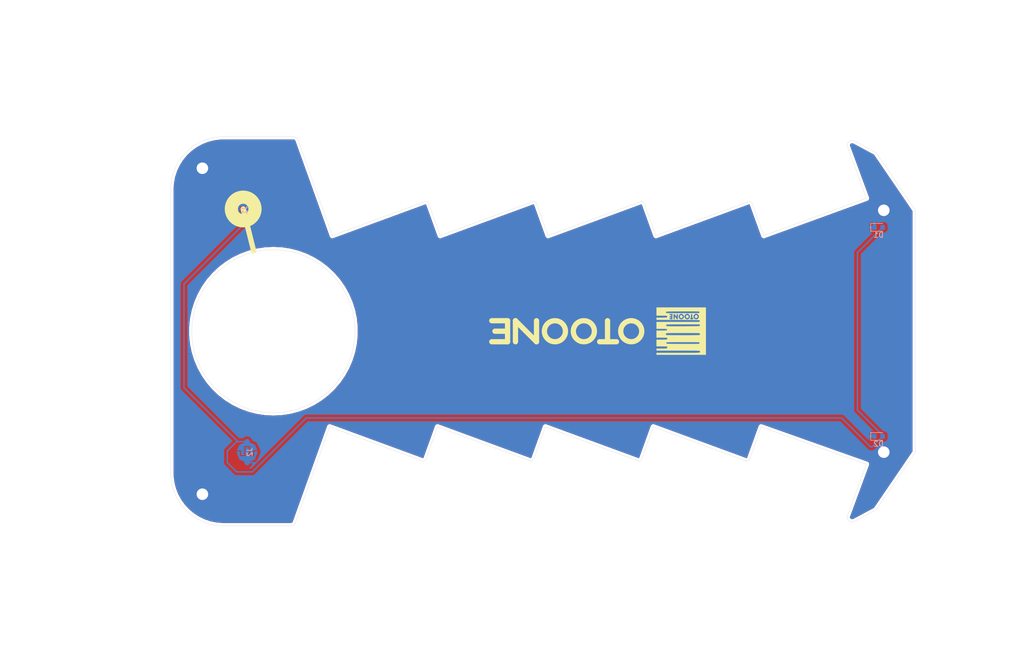
<source format=kicad_pcb>
(kicad_pcb (version 20171130) (host pcbnew "(5.1.8)-1")

  (general
    (thickness 1.6)
    (drawings 99)
    (tracks 33)
    (zones 0)
    (modules 5)
    (nets 3)
  )

  (page A4)
  (layers
    (0 F.Cu signal)
    (31 B.Cu signal)
    (32 B.Adhes user)
    (33 F.Adhes user)
    (34 B.Paste user)
    (35 F.Paste user)
    (36 B.SilkS user)
    (37 F.SilkS user)
    (38 B.Mask user)
    (39 F.Mask user)
    (40 Dwgs.User user)
    (41 Cmts.User user)
    (42 Eco1.User user)
    (43 Eco2.User user hide)
    (44 Edge.Cuts user)
    (45 Margin user)
    (46 B.CrtYd user)
    (47 F.CrtYd user)
    (48 B.Fab user)
    (49 F.Fab user)
  )

  (setup
    (last_trace_width 0.25)
    (trace_clearance 0.2)
    (zone_clearance 0.508)
    (zone_45_only no)
    (trace_min 0.2)
    (via_size 0.8)
    (via_drill 0.4)
    (via_min_size 0.4)
    (via_min_drill 0.3)
    (uvia_size 0.3)
    (uvia_drill 0.1)
    (uvias_allowed no)
    (uvia_min_size 0.2)
    (uvia_min_drill 0.1)
    (edge_width 0.05)
    (segment_width 0.2)
    (pcb_text_width 0.3)
    (pcb_text_size 1.5 1.5)
    (mod_edge_width 0.12)
    (mod_text_size 1 1)
    (mod_text_width 0.15)
    (pad_size 1.524 1.524)
    (pad_drill 0.762)
    (pad_to_mask_clearance 0)
    (aux_axis_origin 75 135)
    (grid_origin 75 135)
    (visible_elements 7FFFFFFF)
    (pcbplotparams
      (layerselection 0x010fc_ffffffff)
      (usegerberextensions false)
      (usegerberattributes true)
      (usegerberadvancedattributes true)
      (creategerberjobfile true)
      (excludeedgelayer true)
      (linewidth 0.100000)
      (plotframeref false)
      (viasonmask false)
      (mode 1)
      (useauxorigin false)
      (hpglpennumber 1)
      (hpglpenspeed 20)
      (hpglpendiameter 15.000000)
      (psnegative false)
      (psa4output false)
      (plotreference true)
      (plotvalue true)
      (plotinvisibletext false)
      (padsonsilk false)
      (subtractmaskfromsilk false)
      (outputformat 1)
      (mirror false)
      (drillshape 0)
      (scaleselection 1)
      (outputdirectory "GERBER"))
  )

  (net 0 "")
  (net 1 VCC)
  (net 2 GND)

  (net_class Default "This is the default net class."
    (clearance 0.2)
    (trace_width 0.25)
    (via_dia 0.8)
    (via_drill 0.4)
    (uvia_dia 0.3)
    (uvia_drill 0.1)
    (add_net GND)
    (add_net VCC)
  )

  (module Logo:otoonedev_logo (layer F.Cu) (tedit 61F2B643) (tstamp 643E9C13)
    (at 163.5 98 180)
    (fp_text reference G*** (at -2.4 -1) (layer F.SilkS) hide
      (effects (font (size 1.524 1.524) (thickness 0.3)))
    )
    (fp_text value " " (at 0 5.8) (layer F.SilkS) hide
      (effects (font (size 1.524 1.524) (thickness 0.3)))
    )
    (fp_poly (pts (xy 4.699 -4.106333) (xy 0.620394 -4.106333) (xy -0.058905 -4.106279) (xy -0.658592 -4.106051)
      (xy -1.183721 -4.105556) (xy -1.639347 -4.1047) (xy -2.030525 -4.103389) (xy -2.362308 -4.101527)
      (xy -2.639751 -4.099021) (xy -2.86791 -4.095777) (xy -3.051838 -4.0917) (xy -3.196589 -4.086695)
      (xy -3.307219 -4.080669) (xy -3.388782 -4.073527) (xy -3.446332 -4.065174) (xy -3.484923 -4.055518)
      (xy -3.509612 -4.044462) (xy -3.52545 -4.031913) (xy -3.528273 -4.028917) (xy -3.592005 -3.917)
      (xy -3.571696 -3.812345) (xy -3.520917 -3.753061) (xy -3.502855 -3.741339) (xy -3.472811 -3.730991)
      (xy -3.425764 -3.721933) (xy -3.356694 -3.714081) (xy -3.260579 -3.70735) (xy -3.132399 -3.701654)
      (xy -2.967134 -3.69691) (xy -2.759762 -3.693032) (xy -2.505264 -3.689935) (xy -2.198617 -3.687535)
      (xy -1.834802 -3.685747) (xy -1.408798 -3.684486) (xy -0.915584 -3.683668) (xy -0.35014 -3.683207)
      (xy 0.292556 -3.683018) (xy 0.62775 -3.683) (xy 4.699 -3.683) (xy 4.699 -3.302)
      (xy 3.755919 -3.302) (xy 3.438626 -3.301121) (xy 3.195133 -3.298022) (xy 3.014589 -3.292015)
      (xy 2.886142 -3.28241) (xy 2.798938 -3.268518) (xy 2.742127 -3.249648) (xy 2.718752 -3.2361)
      (xy 2.644629 -3.145712) (xy 2.628682 -3.039295) (xy 2.672121 -2.947936) (xy 2.70655 -2.92249)
      (xy 2.776749 -2.907908) (xy 2.922619 -2.895857) (xy 3.135193 -2.886714) (xy 3.405502 -2.88086)
      (xy 3.724579 -2.878673) (xy 3.743716 -2.878667) (xy 4.699 -2.878667) (xy 4.699 -1.608667)
      (xy 3.77825 -1.604447) (xy 3.501239 -1.601888) (xy 3.247635 -1.597121) (xy 3.031523 -1.590603)
      (xy 2.86699 -1.582793) (xy 2.768121 -1.574151) (xy 2.751666 -1.571023) (xy 2.66342 -1.515953)
      (xy 2.63194 -1.421919) (xy 2.634769 -1.320866) (xy 2.65841 -1.261656) (xy 2.711998 -1.249477)
      (xy 2.840001 -1.239128) (xy 3.032183 -1.230992) (xy 3.278305 -1.22545) (xy 3.56813 -1.222886)
      (xy 3.698887 -1.222786) (xy 4.699 -1.22428) (xy 4.699 0.127) (xy 3.791589 0.127)
      (xy 3.448525 0.128595) (xy 3.181189 0.134272) (xy 2.980686 0.145372) (xy 2.838123 0.163233)
      (xy 2.744604 0.189195) (xy 2.691236 0.224596) (xy 2.669124 0.270776) (xy 2.667 0.296333)
      (xy 2.677592 0.34799) (xy 2.715299 0.388243) (xy 2.789015 0.418434) (xy 2.907635 0.4399)
      (xy 3.080052 0.453981) (xy 3.315161 0.462017) (xy 3.621857 0.465347) (xy 3.791589 0.465667)
      (xy 4.699 0.465667) (xy 4.699 1.778) (xy -3.427049 1.778) (xy -3.498057 1.886372)
      (xy -3.543705 1.966923) (xy -3.538932 2.018467) (xy -3.497534 2.066289) (xy -3.477343 2.078049)
      (xy -3.438832 2.088736) (xy -3.378156 2.098402) (xy -3.29147 2.107102) (xy -3.174929 2.11489)
      (xy -3.024688 2.121818) (xy -2.836901 2.127942) (xy -2.607724 2.133314) (xy -2.333311 2.137989)
      (xy -2.009818 2.142021) (xy -1.633399 2.145463) (xy -1.200209 2.148368) (xy -0.706403 2.150792)
      (xy -0.148136 2.152788) (xy 0.478438 2.154409) (xy 1.177163 2.155709) (xy 1.951884 2.156743)
      (xy 2.806448 2.157563) (xy 3.037416 2.157744) (xy 4.699 2.159) (xy 4.699 2.582333)
      (xy 3.733799 2.582333) (xy 3.388361 2.583859) (xy 3.121377 2.588643) (xy 2.926686 2.596992)
      (xy 2.798127 2.609215) (xy 2.729539 2.62562) (xy 2.717799 2.633133) (xy 2.675669 2.717325)
      (xy 2.670398 2.822074) (xy 2.699968 2.909345) (xy 2.733962 2.937637) (xy 2.79435 2.945091)
      (xy 2.926282 2.951696) (xy 3.116636 2.957119) (xy 3.352288 2.961029) (xy 3.620119 2.963094)
      (xy 3.749962 2.963333) (xy 4.699 2.963333) (xy 4.699 4.529667) (xy -4.699 4.529667)
      (xy -4.699 3.594813) (xy -3.48816 3.594813) (xy -3.456227 3.690526) (xy -3.371727 3.746489)
      (xy -3.371025 3.74665) (xy -3.32652 3.754857) (xy -3.266962 3.761917) (xy -3.186505 3.76789)
      (xy -3.0793 3.772836) (xy -2.939501 3.776815) (xy -2.761258 3.779887) (xy -2.538725 3.782113)
      (xy -2.266055 3.783552) (xy -1.937398 3.784264) (xy -1.546908 3.784311) (xy -1.088737 3.783751)
      (xy -0.557037 3.782645) (xy -0.007923 3.781225) (xy 0.583202 3.77919) (xy 1.094063 3.776509)
      (xy 1.529064 3.773091) (xy 1.892605 3.768845) (xy 2.189089 3.763681) (xy 2.422918 3.757508)
      (xy 2.598494 3.750235) (xy 2.720219 3.741773) (xy 2.792494 3.732031) (xy 2.817827 3.723125)
      (xy 2.86523 3.644549) (xy 2.876551 3.543894) (xy 2.849473 3.462749) (xy 2.833135 3.44819)
      (xy 2.784357 3.443653) (xy 2.657668 3.439434) (xy 2.459826 3.435587) (xy 2.197586 3.432165)
      (xy 1.877704 3.429221) (xy 1.506937 3.426808) (xy 1.092041 3.424979) (xy 0.639771 3.423788)
      (xy 0.156885 3.423288) (xy -0.309922 3.423484) (xy -0.901029 3.424284) (xy -1.413142 3.425366)
      (xy -1.851933 3.426856) (xy -2.223073 3.42888) (xy -2.532233 3.431564) (xy -2.785087 3.435034)
      (xy -2.987306 3.439416) (xy -3.144562 3.444837) (xy -3.262527 3.451423) (xy -3.346873 3.459298)
      (xy -3.403271 3.468591) (xy -3.437394 3.479426) (xy -3.454913 3.491931) (xy -3.45608 3.493426)
      (xy -3.48816 3.594813) (xy -4.699 3.594813) (xy -4.699 2.801385) (xy -3.360616 2.801385)
      (xy -3.326019 3.000699) (xy -3.220133 3.157212) (xy -3.039817 3.275444) (xy -3.026834 3.281299)
      (xy -2.904391 3.327628) (xy -2.808981 3.333574) (xy -2.701243 3.297236) (xy -2.629447 3.262105)
      (xy -2.452853 3.135259) (xy -2.351293 2.97086) (xy -2.321562 2.765741) (xy -2.360717 2.560439)
      (xy -2.46979 2.402683) (xy -2.53063 2.361814) (xy -2.301975 2.361814) (xy -2.28006 2.448062)
      (xy -2.209152 2.507293) (xy -2.19742 2.510956) (xy -2.157818 2.530426) (xy -2.133665 2.575048)
      (xy -2.121274 2.662231) (xy -2.116958 2.809386) (xy -2.116667 2.892342) (xy -2.11125 3.095736)
      (xy -2.094477 3.220782) (xy -2.065563 3.273138) (xy -2.06375 3.273963) (xy -2.01053 3.295727)
      (xy -2.003713 3.298658) (xy -1.96432 3.288784) (xy -1.92963 3.276304) (xy -1.895714 3.246742)
      (xy -1.875122 3.179176) (xy -1.865052 3.057499) (xy -1.862667 2.891341) (xy -1.861799 2.806804)
      (xy -1.693334 2.806804) (xy -1.658821 2.941074) (xy -1.569114 3.084641) (xy -1.444957 3.209365)
      (xy -1.353158 3.268216) (xy -1.230269 3.322825) (xy -1.139801 3.337376) (xy -1.040368 3.313295)
      (xy -0.961198 3.281739) (xy -0.796304 3.175973) (xy -0.678038 3.027031) (xy -0.615643 2.855396)
      (xy -0.61703 2.766553) (xy -0.538714 2.766553) (xy -0.508701 2.947186) (xy -0.415919 3.112267)
      (xy -0.26128 3.24478) (xy -0.1905 3.281299) (xy -0.084496 3.324937) (xy -0.010412 3.335899)
      (xy 0.072775 3.314095) (xy 0.102556 3.302) (xy 1.648394 3.302) (xy 1.893113 3.301352)
      (xy 2.036764 3.295028) (xy 2.149936 3.279403) (xy 2.194915 3.264529) (xy 2.235947 3.197499)
      (xy 2.236883 3.14876) (xy 2.203168 3.093329) (xy 2.115976 3.064146) (xy 2.042218 3.056149)
      (xy 1.925725 3.040095) (xy 1.87295 3.007112) (xy 1.862666 2.960899) (xy 1.88098 2.903187)
      (xy 1.950443 2.880662) (xy 2.005649 2.878667) (xy 2.134688 2.85477) (xy 2.216457 2.792699)
      (xy 2.234025 2.706881) (xy 2.228564 2.688706) (xy 2.16521 2.640165) (xy 2.0298 2.624667)
      (xy 1.911967 2.609781) (xy 1.870786 2.575456) (xy 1.905785 2.537184) (xy 2.016493 2.510459)
      (xy 2.033324 2.508886) (xy 2.174128 2.480226) (xy 2.236546 2.424126) (xy 2.219374 2.341707)
      (xy 2.216934 2.337751) (xy 2.165275 2.293352) (xy 2.068686 2.270716) (xy 1.921552 2.264833)
      (xy 1.672166 2.264833) (xy 1.66028 2.783417) (xy 1.648394 3.302) (xy 0.102556 3.302)
      (xy 0.155398 3.28054) (xy 0.34595 3.165662) (xy 0.461833 3.010939) (xy 0.476562 2.942002)
      (xy 0.635494 2.942002) (xy 0.640204 3.101084) (xy 0.649913 3.219204) (xy 0.664882 3.275436)
      (xy 0.665007 3.275563) (xy 0.727167 3.294895) (xy 0.781424 3.293202) (xy 0.831413 3.274207)
      (xy 0.860164 3.221722) (xy 0.875485 3.115351) (xy 0.880629 3.034069) (xy 0.890697 2.89804)
      (xy 0.906216 2.832523) (xy 0.932539 2.823364) (xy 0.954712 2.838169) (xy 1.007043 2.905676)
      (xy 1.016 2.939077) (xy 1.046041 3.011583) (xy 1.120752 3.105672) (xy 1.217012 3.19907)
      (xy 1.311704 3.269504) (xy 1.381706 3.2947) (xy 1.38469 3.294273) (xy 1.416964 3.280078)
      (xy 1.4386 3.242734) (xy 1.451671 3.167988) (xy 1.458248 3.041586) (xy 1.460405 2.849275)
      (xy 1.4605 2.772833) (xy 1.459395 2.557326) (xy 1.454639 2.412113) (xy 1.444071 2.322839)
      (xy 1.42553 2.275144) (xy 1.396853 2.25467) (xy 1.38192 2.25086) (xy 1.304416 2.251943)
      (xy 1.25678 2.300817) (xy 1.231262 2.411023) (xy 1.222523 2.529417) (xy 1.211853 2.653626)
      (xy 1.195158 2.734292) (xy 1.182935 2.751667) (xy 1.147456 2.718257) (xy 1.083895 2.631011)
      (xy 1.012233 2.51885) (xy 0.89201 2.349118) (xy 0.786589 2.261722) (xy 0.694882 2.255835)
      (xy 0.677712 2.264599) (xy 0.661375 2.314591) (xy 0.648722 2.428253) (xy 0.640016 2.58466)
      (xy 0.635519 2.762885) (xy 0.635494 2.942002) (xy 0.476562 2.942002) (xy 0.503624 2.815343)
      (xy 0.493284 2.677384) (xy 0.425972 2.500481) (xy 0.300137 2.363571) (xy 0.135717 2.276833)
      (xy -0.047346 2.250447) (xy -0.229111 2.294594) (xy -0.243024 2.30149) (xy -0.406788 2.426689)
      (xy -0.505047 2.587382) (xy -0.538714 2.766553) (xy -0.61703 2.766553) (xy -0.618359 2.68155)
      (xy -0.650528 2.593239) (xy -0.779658 2.412485) (xy -0.939082 2.295391) (xy -1.114382 2.246328)
      (xy -1.291144 2.26967) (xy -1.437606 2.354542) (xy -1.58213 2.510983) (xy -1.671204 2.681909)
      (xy -1.693334 2.806804) (xy -1.861799 2.806804) (xy -1.860858 2.715326) (xy -1.852742 2.606234)
      (xy -1.834288 2.546352) (xy -1.801464 2.517967) (xy -1.775723 2.509337) (xy -1.710711 2.466814)
      (xy -1.701639 2.375717) (xy -1.715363 2.313098) (xy -1.752173 2.278193) (xy -1.833312 2.260892)
      (xy -1.961489 2.252031) (xy -2.105097 2.252551) (xy -2.21813 2.267259) (xy -2.264035 2.285337)
      (xy -2.301975 2.361814) (xy -2.53063 2.361814) (xy -2.609898 2.308567) (xy -2.809888 2.251408)
      (xy -2.997888 2.269761) (xy -3.159985 2.354493) (xy -3.282266 2.496471) (xy -3.35082 2.686561)
      (xy -3.360616 2.801385) (xy -4.699 2.801385) (xy -4.699 1.116218) (xy -3.574786 1.116218)
      (xy -3.551943 1.188703) (xy -3.531873 1.219047) (xy -3.466533 1.312333) (xy -0.360457 1.312333)
      (xy 0.231937 1.312186) (xy 0.745362 1.311666) (xy 1.185517 1.310654) (xy 1.5581 1.309029)
      (xy 1.868808 1.306672) (xy 2.12334 1.303464) (xy 2.327393 1.299286) (xy 2.486665 1.294018)
      (xy 2.606856 1.28754) (xy 2.693661 1.279733) (xy 2.75278 1.270477) (xy 2.78991 1.259654)
      (xy 2.81075 1.247143) (xy 2.812142 1.245809) (xy 2.873334 1.144372) (xy 2.850057 1.043872)
      (xy 2.81187 0.997585) (xy 2.792633 0.984897) (xy 2.758319 0.973969) (xy 2.703224 0.9647)
      (xy 2.621641 0.956991) (xy 2.507865 0.950741) (xy 2.356188 0.94585) (xy 2.160906 0.942217)
      (xy 1.916312 0.939742) (xy 1.6167 0.938324) (xy 1.256364 0.937864) (xy 0.829599 0.93826)
      (xy 0.330697 0.939413) (xy -0.246046 0.941222) (xy -0.368553 0.941644) (xy -0.956104 0.943731)
      (xy -1.464794 0.945723) (xy -1.900429 0.947799) (xy -2.268815 0.950139) (xy -2.575759 0.952919)
      (xy -2.827065 0.95632) (xy -3.02854 0.960519) (xy -3.185989 0.965695) (xy -3.305218 0.972026)
      (xy -3.392033 0.979691) (xy -3.452239 0.988868) (xy -3.491643 0.999736) (xy -3.516051 1.012474)
      (xy -3.531267 1.027258) (xy -3.539698 1.03913) (xy -3.574786 1.116218) (xy -4.699 1.116218)
      (xy -4.699 -0.550333) (xy -3.598334 -0.550333) (xy -3.571009 -0.491932) (xy -3.513667 -0.423333)
      (xy -3.495925 -0.40734) (xy -3.473033 -0.393499) (xy -3.439129 -0.381654) (xy -3.388352 -0.37165)
      (xy -3.314841 -0.363332) (xy -3.212734 -0.356544) (xy -3.076171 -0.351131) (xy -2.89929 -0.346937)
      (xy -2.676229 -0.343808) (xy -2.401127 -0.341586) (xy -2.068123 -0.340118) (xy -1.671356 -0.339248)
      (xy -1.204963 -0.33882) (xy -0.663085 -0.338679) (xy -0.320524 -0.338667) (xy 0.272112 -0.338813)
      (xy 0.785777 -0.339333) (xy 1.226167 -0.340345) (xy 1.598979 -0.341968) (xy 1.909906 -0.344322)
      (xy 2.164646 -0.347526) (xy 2.368894 -0.3517) (xy 2.528345 -0.356963) (xy 2.648696 -0.363434)
      (xy 2.735642 -0.371232) (xy 2.794878 -0.380478) (xy 2.832101 -0.391289) (xy 2.853006 -0.403786)
      (xy 2.854476 -0.405191) (xy 2.91142 -0.507066) (xy 2.912144 -0.618626) (xy 2.858328 -0.705619)
      (xy 2.839116 -0.718177) (xy 2.777636 -0.727859) (xy 2.631828 -0.736343) (xy 2.402019 -0.743626)
      (xy 2.08854 -0.749702) (xy 1.691718 -0.754568) (xy 1.211884 -0.758219) (xy 0.649365 -0.76065)
      (xy 0.004493 -0.761857) (xy -0.335884 -0.762) (xy -0.921559 -0.761952) (xy -1.428444 -0.761704)
      (xy -1.862416 -0.761098) (xy -2.229351 -0.759979) (xy -2.535126 -0.758189) (xy -2.785617 -0.755573)
      (xy -2.986702 -0.751973) (xy -3.144257 -0.747234) (xy -3.264158 -0.741198) (xy -3.352283 -0.733709)
      (xy -3.414507 -0.72461) (xy -3.456708 -0.713745) (xy -3.484761 -0.700957) (xy -3.504545 -0.68609)
      (xy -3.513667 -0.677333) (xy -3.575821 -0.601517) (xy -3.598334 -0.550333) (xy -4.699 -0.550333)
      (xy -4.699 -2.230601) (xy -3.494656 -2.230601) (xy -3.469693 -2.155933) (xy -3.459307 -2.140515)
      (xy -3.441962 -2.127171) (xy -3.411875 -2.115751) (xy -3.363264 -2.106107) (xy -3.290347 -2.098088)
      (xy -3.187341 -2.091544) (xy -3.048464 -2.086326) (xy -2.867934 -2.082284) (xy -2.639968 -2.079268)
      (xy -2.358785 -2.077128) (xy -2.0186 -2.075716) (xy -1.613633 -2.07488) (xy -1.138102 -2.074472)
      (xy -0.586222 -2.074342) (xy -0.318509 -2.074333) (xy 0.347032 -2.074848) (xy 0.929518 -2.076405)
      (xy 1.430553 -2.079029) (xy 1.85174 -2.082741) (xy 2.194685 -2.087566) (xy 2.460992 -2.093526)
      (xy 2.652265 -2.100644) (xy 2.770109 -2.108942) (xy 2.816129 -2.118444) (xy 2.816653 -2.119073)
      (xy 2.82989 -2.186045) (xy 2.816883 -2.268966) (xy 2.787274 -2.334399) (xy 2.750707 -2.348905)
      (xy 2.750425 -2.348733) (xy 2.712316 -2.353286) (xy 2.709333 -2.368168) (xy 2.668359 -2.374979)
      (xy 2.550873 -2.38134) (xy 2.365027 -2.387226) (xy 2.118976 -2.392614) (xy 1.820872 -2.397476)
      (xy 1.478868 -2.401788) (xy 1.101119 -2.405524) (xy 0.695776 -2.408659) (xy 0.270994 -2.411168)
      (xy -0.165075 -2.413024) (xy -0.604277 -2.414204) (xy -1.038459 -2.414681) (xy -1.459467 -2.414431)
      (xy -1.85915 -2.413427) (xy -2.229352 -2.411645) (xy -2.561922 -2.409058) (xy -2.848705 -2.405643)
      (xy -3.08155 -2.401373) (xy -3.252301 -2.396222) (xy -3.352806 -2.390167) (xy -3.373155 -2.387084)
      (xy -3.469893 -2.327803) (xy -3.494656 -2.230601) (xy -4.699 -2.230601) (xy -4.699 -4.487333)
      (xy 4.699 -4.487333) (xy 4.699 -4.106333)) (layer F.SilkS) (width 0.01))
    (fp_poly (pts (xy -2.707661 2.533814) (xy -2.623865 2.626614) (xy -2.5887 2.770517) (xy -2.590114 2.818762)
      (xy -2.612108 2.933812) (xy -2.668291 2.999411) (xy -2.733582 3.031641) (xy -2.849989 3.06283)
      (xy -2.948414 3.041765) (xy -2.965712 3.033577) (xy -3.07777 2.937807) (xy -3.12002 2.810218)
      (xy -3.086989 2.673321) (xy -3.0626 2.635165) (xy -2.945852 2.530774) (xy -2.821264 2.499429)
      (xy -2.707661 2.533814)) (layer F.SilkS) (width 0.01))
    (fp_poly (pts (xy -0.972691 2.567373) (xy -0.90414 2.687969) (xy -0.889 2.79945) (xy -0.909281 2.939647)
      (xy -0.978568 3.018156) (xy -1.109533 3.047086) (xy -1.149067 3.048) (xy -1.282644 3.028345)
      (xy -1.368067 2.961326) (xy -1.373433 2.953914) (xy -1.433805 2.811465) (xy -1.410272 2.678361)
      (xy -1.341355 2.589712) (xy -1.209207 2.509942) (xy -1.08035 2.505263) (xy -0.972691 2.567373)) (layer F.SilkS) (width 0.01))
    (fp_poly (pts (xy 0.131058 2.532661) (xy 0.218492 2.631051) (xy 0.247957 2.782952) (xy 0.246219 2.818762)
      (xy 0.224302 2.933682) (xy 0.168808 2.998435) (xy 0.105833 3.02892) (xy -0.002498 3.058117)
      (xy -0.084651 3.057987) (xy -0.084667 3.057981) (xy -0.209679 2.982056) (xy -0.276803 2.870996)
      (xy -0.288988 2.745938) (xy -0.249178 2.628022) (xy -0.160322 2.538386) (xy -0.025366 2.498168)
      (xy -0.006562 2.497667) (xy 0.131058 2.532661)) (layer F.SilkS) (width 0.01))
    (fp_poly (pts (xy 2.751666 -2.137833) (xy 2.7305 -2.116667) (xy 2.709333 -2.137833) (xy 2.7305 -2.159)
      (xy 2.751666 -2.137833)) (layer Eco2.User) (width 0.01))
  )

  (module LED_SMD:LED_0603_1608Metric (layer B.Cu) (tedit 5F68FEF1) (tstamp 643C13ED)
    (at 201 78.25)
    (descr "LED SMD 0603 (1608 Metric), square (rectangular) end terminal, IPC_7351 nominal, (Body size source: http://www.tortai-tech.com/upload/download/2011102023233369053.pdf), generated with kicad-footprint-generator")
    (tags LED)
    (path /62DC864D)
    (attr smd)
    (fp_text reference D1 (at 0 1.43) (layer B.SilkS)
      (effects (font (size 1 1) (thickness 0.15)) (justify mirror))
    )
    (fp_text value LED (at 0 -1.43) (layer B.Fab)
      (effects (font (size 1 1) (thickness 0.15)) (justify mirror))
    )
    (fp_line (start 0.8 0.4) (end -0.5 0.4) (layer B.Fab) (width 0.1))
    (fp_line (start -0.5 0.4) (end -0.8 0.1) (layer B.Fab) (width 0.1))
    (fp_line (start -0.8 0.1) (end -0.8 -0.4) (layer B.Fab) (width 0.1))
    (fp_line (start -0.8 -0.4) (end 0.8 -0.4) (layer B.Fab) (width 0.1))
    (fp_line (start 0.8 -0.4) (end 0.8 0.4) (layer B.Fab) (width 0.1))
    (fp_line (start 0.8 0.735) (end -1.485 0.735) (layer B.SilkS) (width 0.12))
    (fp_line (start -1.485 0.735) (end -1.485 -0.735) (layer B.SilkS) (width 0.12))
    (fp_line (start -1.485 -0.735) (end 0.8 -0.735) (layer B.SilkS) (width 0.12))
    (fp_line (start -1.48 -0.73) (end -1.48 0.73) (layer B.CrtYd) (width 0.05))
    (fp_line (start -1.48 0.73) (end 1.48 0.73) (layer B.CrtYd) (width 0.05))
    (fp_line (start 1.48 0.73) (end 1.48 -0.73) (layer B.CrtYd) (width 0.05))
    (fp_line (start 1.48 -0.73) (end -1.48 -0.73) (layer B.CrtYd) (width 0.05))
    (fp_text user %R (at 0 0) (layer B.Fab)
      (effects (font (size 0.4 0.4) (thickness 0.06)) (justify mirror))
    )
    (pad 2 smd roundrect (at 0.7875 0) (size 0.875 0.95) (layers B.Cu B.Paste B.Mask) (roundrect_rratio 0.25)
      (net 1 VCC))
    (pad 1 smd roundrect (at -0.7875 0) (size 0.875 0.95) (layers B.Cu B.Paste B.Mask) (roundrect_rratio 0.25)
      (net 2 GND))
    (model ${KISYS3DMOD}/LED_SMD.3dshapes/LED_0603_1608Metric.wrl
      (at (xyz 0 0 0))
      (scale (xyz 1 1 1))
      (rotate (xyz 0 0 0))
    )
  )

  (module LED_SMD:LED_0603_1608Metric (layer B.Cu) (tedit 5F68FEF1) (tstamp 643C1400)
    (at 201 118)
    (descr "LED SMD 0603 (1608 Metric), square (rectangular) end terminal, IPC_7351 nominal, (Body size source: http://www.tortai-tech.com/upload/download/2011102023233369053.pdf), generated with kicad-footprint-generator")
    (tags LED)
    (path /62DC7B55)
    (attr smd)
    (fp_text reference D2 (at 0 1.43) (layer B.SilkS)
      (effects (font (size 1 1) (thickness 0.15)) (justify mirror))
    )
    (fp_text value LED (at 0 -1.43) (layer B.Fab)
      (effects (font (size 1 1) (thickness 0.15)) (justify mirror))
    )
    (fp_line (start 1.48 -0.73) (end -1.48 -0.73) (layer B.CrtYd) (width 0.05))
    (fp_line (start 1.48 0.73) (end 1.48 -0.73) (layer B.CrtYd) (width 0.05))
    (fp_line (start -1.48 0.73) (end 1.48 0.73) (layer B.CrtYd) (width 0.05))
    (fp_line (start -1.48 -0.73) (end -1.48 0.73) (layer B.CrtYd) (width 0.05))
    (fp_line (start -1.485 -0.735) (end 0.8 -0.735) (layer B.SilkS) (width 0.12))
    (fp_line (start -1.485 0.735) (end -1.485 -0.735) (layer B.SilkS) (width 0.12))
    (fp_line (start 0.8 0.735) (end -1.485 0.735) (layer B.SilkS) (width 0.12))
    (fp_line (start 0.8 -0.4) (end 0.8 0.4) (layer B.Fab) (width 0.1))
    (fp_line (start -0.8 -0.4) (end 0.8 -0.4) (layer B.Fab) (width 0.1))
    (fp_line (start -0.8 0.1) (end -0.8 -0.4) (layer B.Fab) (width 0.1))
    (fp_line (start -0.5 0.4) (end -0.8 0.1) (layer B.Fab) (width 0.1))
    (fp_line (start 0.8 0.4) (end -0.5 0.4) (layer B.Fab) (width 0.1))
    (fp_text user %R (at 0 0) (layer B.Fab)
      (effects (font (size 0.4 0.4) (thickness 0.06)) (justify mirror))
    )
    (pad 1 smd roundrect (at -0.7875 0) (size 0.875 0.95) (layers B.Cu B.Paste B.Mask) (roundrect_rratio 0.25)
      (net 2 GND))
    (pad 2 smd roundrect (at 0.7875 0) (size 0.875 0.95) (layers B.Cu B.Paste B.Mask) (roundrect_rratio 0.25)
      (net 1 VCC))
    (model ${KISYS3DMOD}/LED_SMD.3dshapes/LED_0603_1608Metric.wrl
      (at (xyz 0 0 0))
      (scale (xyz 1 1 1))
      (rotate (xyz 0 0 0))
    )
  )

  (module ContactPad:ContactPad_4mm (layer B.Cu) (tedit 619BAE9F) (tstamp 643C1406)
    (at 81 75 90)
    (path /62DC75BC)
    (fp_text reference J1 (at 0 -0.5 90) (layer B.SilkS)
      (effects (font (size 1 1) (thickness 0.15)) (justify mirror))
    )
    (fp_text value Conn_01x02_Female (at 0 2.4 90) (layer B.Fab)
      (effects (font (size 1 1) (thickness 0.15)) (justify mirror))
    )
    (pad 2 smd custom (at 2 0 90) (size 1 1) (layers B.Cu B.Mask)
      (net 2 GND) (zone_connect 0)
      (options (clearance outline) (anchor circle))
      (primitives
        (gr_poly (pts
           (xy -0.6 1.4) (xy 0 0) (xy -0.6 -1.4) (xy -2.1 -2) (xy -2.1 -1.4)
           (xy -1.2 -1.4) (xy -1.2 -0.3) (xy -2.9 -0.3) (xy -2.9 0.3) (xy -1.2 0.3)
           (xy -1.2 1.4) (xy -2.1 1.4) (xy -2.1 2)) (width 0.1))
      ))
    (pad 1 smd custom (at -2 0 90) (size 1 1) (layers B.Cu B.Mask)
      (net 1 VCC) (zone_connect 0)
      (options (clearance outline) (anchor circle))
      (primitives
        (gr_poly (pts
           (xy 1.6 1.1) (xy 2.5 1.1) (xy 2.5 0.6) (xy 0.8 0.6) (xy 0.8 -0.6)
           (xy 2.5 -0.6) (xy 2.5 -1.1) (xy 1.6 -1.1) (xy 1.6 -1.9) (xy 0.6 -1.4)
           (xy 0 0) (xy 0.6 1.4) (xy 1.6 1.9)) (width 0.1))
      ))
  )

  (module ContactPad:ContactPad_4mm (layer B.Cu) (tedit 619BAE9F) (tstamp 643C140C)
    (at 81 121 270)
    (path /62DC8603)
    (fp_text reference J2 (at 0 -0.5 90) (layer B.SilkS)
      (effects (font (size 1 1) (thickness 0.15)) (justify mirror))
    )
    (fp_text value Conn_01x02_Female (at 0 2.4 90) (layer B.Fab)
      (effects (font (size 1 1) (thickness 0.15)) (justify mirror))
    )
    (pad 1 smd custom (at -2 0 270) (size 1 1) (layers B.Cu B.Mask)
      (net 1 VCC) (zone_connect 0)
      (options (clearance outline) (anchor circle))
      (primitives
        (gr_poly (pts
           (xy 1.6 1.1) (xy 2.5 1.1) (xy 2.5 0.6) (xy 0.8 0.6) (xy 0.8 -0.6)
           (xy 2.5 -0.6) (xy 2.5 -1.1) (xy 1.6 -1.1) (xy 1.6 -1.9) (xy 0.6 -1.4)
           (xy 0 0) (xy 0.6 1.4) (xy 1.6 1.9)) (width 0.1))
      ))
    (pad 2 smd custom (at 2 0 270) (size 1 1) (layers B.Cu B.Mask)
      (net 2 GND) (zone_connect 0)
      (options (clearance outline) (anchor circle))
      (primitives
        (gr_poly (pts
           (xy -0.6 1.4) (xy 0 0) (xy -0.6 -1.4) (xy -2.1 -2) (xy -2.1 -1.4)
           (xy -1.2 -1.4) (xy -1.2 -0.3) (xy -2.9 -0.3) (xy -2.9 0.3) (xy -1.2 0.3)
           (xy -1.2 1.4) (xy -2.1 1.4) (xy -2.1 2)) (width 0.1))
      ))
  )

  (dimension 20 (width 0.15) (layer Dwgs.User)
    (gr_text "20.000 mm" (at 200 48.45) (layer Dwgs.User)
      (effects (font (size 1 1) (thickness 0.15)))
    )
    (feature1 (pts (xy 210 66) (xy 210 49.163579)))
    (feature2 (pts (xy 190 66) (xy 190 49.163579)))
    (crossbar (pts (xy 190 49.75) (xy 210 49.75)))
    (arrow1a (pts (xy 210 49.75) (xy 208.873496 50.336421)))
    (arrow1b (pts (xy 210 49.75) (xy 208.873496 49.163579)))
    (arrow2a (pts (xy 190 49.75) (xy 191.126504 50.336421)))
    (arrow2b (pts (xy 190 49.75) (xy 191.126504 49.163579)))
  )
  (gr_line (start 82.25 82.75) (end 80.25 74.75) (layer F.SilkS) (width 1) (tstamp 6443F24D))
  (gr_circle (center 80.25 74.75) (end 81.25 74.75) (layer F.SilkS) (width 2.5) (tstamp 6443F24E))
  (gr_line (start 200.5 132) (end 208 121) (layer Edge.Cuts) (width 0.05) (tstamp 6443F071))
  (gr_line (start 196.4 134.2) (end 200.5 132) (layer Edge.Cuts) (width 0.05) (tstamp 6443F070))
  (gr_arc (start 196 133.3) (end 196.399999 134.199999) (angle 113.962489) (layer Edge.Cuts) (width 0.05) (tstamp 6443F06F))
  (gr_line (start 198.7 123.3) (end 195.015116 133.299999) (layer Edge.Cuts) (width 0.05) (tstamp 6443F06E))
  (gr_arc (start 196 62.7) (end 196.399999 61.800001) (angle -113.962489) (layer Edge.Cuts) (width 0.05))
  (dimension 23 (width 0.15) (layer Dwgs.User)
    (gr_text "23.000 mm" (at 223.05 86.5 90) (layer Dwgs.User)
      (effects (font (size 1 1) (thickness 0.15)))
    )
    (feature1 (pts (xy 198 75) (xy 222.336421 75)))
    (feature2 (pts (xy 198 98) (xy 222.336421 98)))
    (crossbar (pts (xy 221.75 98) (xy 221.75 75)))
    (arrow1a (pts (xy 221.75 75) (xy 222.336421 76.126504)))
    (arrow1b (pts (xy 221.75 75) (xy 221.163579 76.126504)))
    (arrow2a (pts (xy 221.75 98) (xy 222.336421 96.873496)))
    (arrow2b (pts (xy 221.75 98) (xy 221.163579 96.873496)))
  )
  (dimension 23 (width 0.15) (layer Dwgs.User)
    (gr_text "23.000 mm" (at 223.05 109.5 270) (layer Dwgs.User)
      (effects (font (size 1 1) (thickness 0.15)))
    )
    (feature1 (pts (xy 198 121) (xy 222.336421 121)))
    (feature2 (pts (xy 198 98) (xy 222.336421 98)))
    (crossbar (pts (xy 221.75 98) (xy 221.75 121)))
    (arrow1a (pts (xy 221.75 121) (xy 221.163579 119.873496)))
    (arrow1b (pts (xy 221.75 121) (xy 222.336421 119.873496)))
    (arrow2a (pts (xy 221.75 98) (xy 221.163579 99.126504)))
    (arrow2b (pts (xy 221.75 98) (xy 222.336421 99.126504)))
  )
  (dimension 4 (width 0.15) (layer Dwgs.User)
    (gr_text "4.000 mm" (at 204 71.2) (layer Dwgs.User)
      (effects (font (size 1 1) (thickness 0.15)))
    )
    (feature1 (pts (xy 202 118) (xy 202 71.913579)))
    (feature2 (pts (xy 206 118) (xy 206 71.913579)))
    (crossbar (pts (xy 206 72.5) (xy 202 72.5)))
    (arrow1a (pts (xy 202 72.5) (xy 203.126504 71.913579)))
    (arrow1b (pts (xy 202 72.5) (xy 203.126504 73.086421)))
    (arrow2a (pts (xy 206 72.5) (xy 204.873496 71.913579)))
    (arrow2b (pts (xy 206 72.5) (xy 204.873496 73.086421)))
  )
  (gr_line (start 200.5 64) (end 208 75) (layer Edge.Cuts) (width 0.05))
  (gr_line (start 196.4 61.8) (end 200.5 64) (layer Edge.Cuts) (width 0.05))
  (dimension 6 (width 0.15) (layer Dwgs.User)
    (gr_text "6.000 mm" (at 56.95 132 90) (layer Dwgs.User)
      (effects (font (size 1 1) (thickness 0.15)))
    )
    (feature1 (pts (xy 75 129) (xy 57.663579 129)))
    (feature2 (pts (xy 75 135) (xy 57.663579 135)))
    (crossbar (pts (xy 58.25 135) (xy 58.25 129)))
    (arrow1a (pts (xy 58.25 129) (xy 58.836421 130.126504)))
    (arrow1b (pts (xy 58.25 129) (xy 57.663579 130.126504)))
    (arrow2a (pts (xy 58.25 135) (xy 58.836421 133.873496)))
    (arrow2b (pts (xy 58.25 135) (xy 57.663579 133.873496)))
  )
  (dimension 6 (width 0.15) (layer Dwgs.User)
    (gr_text "6.000 mm" (at 69.5 145.8) (layer Dwgs.User)
      (effects (font (size 1 1) (thickness 0.15)))
    )
    (feature1 (pts (xy 72.5 125) (xy 72.5 145.086421)))
    (feature2 (pts (xy 66.5 125) (xy 66.5 145.086421)))
    (crossbar (pts (xy 66.5 144.5) (xy 72.5 144.5)))
    (arrow1a (pts (xy 72.5 144.5) (xy 71.373496 145.086421)))
    (arrow1b (pts (xy 72.5 144.5) (xy 71.373496 143.913579)))
    (arrow2a (pts (xy 66.5 144.5) (xy 67.626504 145.086421)))
    (arrow2b (pts (xy 66.5 144.5) (xy 67.626504 143.913579)))
  )
  (gr_arc (start 76.5 125) (end 66.5 125) (angle -90) (layer Edge.Cuts) (width 0.05) (tstamp 643EBDD7))
  (gr_arc (start 76.5 71) (end 76.5 61) (angle -90) (layer Edge.Cuts) (width 0.05))
  (gr_line (start 66.5 125) (end 66.5 71) (layer Edge.Cuts) (width 0.05) (tstamp 643EA585))
  (dimension 4 (width 0.15) (layer Dwgs.User)
    (gr_text "4.000 mm" (at 68.5 142.8) (layer Dwgs.User)
      (effects (font (size 1 1) (thickness 0.15)))
    )
    (feature1 (pts (xy 66.5 98) (xy 66.5 142.086421)))
    (feature2 (pts (xy 70.5 98) (xy 70.5 142.086421)))
    (crossbar (pts (xy 70.5 141.5) (xy 66.5 141.5)))
    (arrow1a (pts (xy 66.5 141.5) (xy 67.626504 140.913579)))
    (arrow1b (pts (xy 66.5 141.5) (xy 67.626504 142.086421)))
    (arrow2a (pts (xy 70.5 141.5) (xy 69.373496 140.913579)))
    (arrow2b (pts (xy 70.5 141.5) (xy 69.373496 142.086421)))
  )
  (dimension 4 (width 0.15) (layer Dwgs.User)
    (gr_text "4.000 mm" (at 68.5 51.7) (layer Dwgs.User)
      (effects (font (size 1 1) (thickness 0.15)))
    )
    (feature1 (pts (xy 66.5 98) (xy 66.5 52.413579)))
    (feature2 (pts (xy 70.5 98) (xy 70.5 52.413579)))
    (crossbar (pts (xy 70.5 53) (xy 66.5 53)))
    (arrow1a (pts (xy 66.5 53) (xy 67.626504 52.413579)))
    (arrow1b (pts (xy 66.5 53) (xy 67.626504 53.586421)))
    (arrow2a (pts (xy 70.5 53) (xy 69.373496 52.413579)))
    (arrow2b (pts (xy 70.5 53) (xy 69.373496 53.586421)))
  )
  (gr_line (start 208 75) (end 208 121) (layer Edge.Cuts) (width 0.05))
  (gr_arc (start 114.500001 122.200001) (end 115 122.3) (angle 90) (layer Edge.Cuts) (width 0.05) (tstamp 643EA1D4))
  (gr_arc (start 135.000001 122.200001) (end 135.5 122.3) (angle 90) (layer Edge.Cuts) (width 0.05) (tstamp 643EA1D2))
  (gr_line (start 178.7 116.2) (end 176.5 122.3) (layer Edge.Cuts) (width 0.05) (tstamp 643EA1D1))
  (gr_line (start 155.400002 122.7) (end 137.7 116.2) (layer Edge.Cuts) (width 0.05) (tstamp 643EA1D0))
  (gr_line (start 198.7 123.3) (end 178.7 116.2) (layer Edge.Cuts) (width 0.05) (tstamp 643EA1CE))
  (gr_arc (start 155.500001 122.200001) (end 156 122.3) (angle 90) (layer Edge.Cuts) (width 0.05) (tstamp 643EA1CD))
  (gr_line (start 175.900002 122.7) (end 158.2 116.2) (layer Edge.Cuts) (width 0.05) (tstamp 643EA1CC))
  (gr_arc (start 176.000001 122.200001) (end 176.5 122.3) (angle 90) (layer Edge.Cuts) (width 0.05) (tstamp 643EA1CB))
  (gr_line (start 137.7 116.2) (end 135.5 122.3) (layer Edge.Cuts) (width 0.05) (tstamp 643EA1CA))
  (gr_line (start 158.2 116.2) (end 156 122.3) (layer Edge.Cuts) (width 0.05) (tstamp 643EA1C9))
  (gr_line (start 134.900002 122.7) (end 117.2 116.2) (layer Edge.Cuts) (width 0.05) (tstamp 643EA1C8))
  (gr_line (start 117.2 116.2) (end 115 122.3) (layer Edge.Cuts) (width 0.05) (tstamp 643EA1C7))
  (gr_line (start 114.400002 122.7) (end 96.7 116.2) (layer Edge.Cuts) (width 0.05) (tstamp 643EA1C6))
  (gr_arc (start 89.3 134) (end 90.1 134.6) (angle 53.13010235) (layer Edge.Cuts) (width 0.05) (tstamp 643EA1C5))
  (gr_line (start 96.7 116.2) (end 90.1 134.6) (layer Edge.Cuts) (width 0.05) (tstamp 643EA1C4))
  (gr_line (start 89.3 135) (end 76.5 135) (layer Edge.Cuts) (width 0.05) (tstamp 643EA1C3))
  (gr_line (start 198.7 72.7) (end 195.015116 62.700001) (layer Edge.Cuts) (width 0.05) (tstamp 643EA1B2))
  (gr_line (start 198.7 72.7) (end 179.2 79.8) (layer Edge.Cuts) (width 0.05) (tstamp 643EA1B1))
  (gr_line (start 176.400002 73.3) (end 158.7 79.8) (layer Edge.Cuts) (width 0.05) (tstamp 643EA0FB))
  (gr_arc (start 176.500001 73.799999) (end 177 73.7) (angle -90) (layer Edge.Cuts) (width 0.05) (tstamp 643EA0FA))
  (gr_line (start 179.2 79.8) (end 177 73.7) (layer Edge.Cuts) (width 0.05) (tstamp 643EA0F9))
  (gr_arc (start 156.000001 73.799999) (end 156.5 73.7) (angle -90) (layer Edge.Cuts) (width 0.05) (tstamp 643EA0F3))
  (gr_line (start 158.7 79.8) (end 156.5 73.7) (layer Edge.Cuts) (width 0.05) (tstamp 643EA0F2))
  (gr_line (start 155.900002 73.3) (end 138.2 79.8) (layer Edge.Cuts) (width 0.05) (tstamp 643EA0F1))
  (gr_arc (start 135.500001 73.799999) (end 136 73.7) (angle -90) (layer Edge.Cuts) (width 0.05) (tstamp 643EA0D6))
  (gr_line (start 138.2 79.8) (end 136 73.7) (layer Edge.Cuts) (width 0.05) (tstamp 643EA0D5))
  (gr_line (start 135.400002 73.3) (end 117.7 79.8) (layer Edge.Cuts) (width 0.05) (tstamp 643EA0D4))
  (gr_arc (start 115.000001 73.799999) (end 115.5 73.7) (angle -90) (layer Edge.Cuts) (width 0.05))
  (gr_line (start 117.7 79.8) (end 115.5 73.7) (layer Edge.Cuts) (width 0.05) (tstamp 643EA061))
  (gr_line (start 136 96) (end 136 100) (layer F.SilkS) (width 1) (tstamp 643E9C26))
  (gr_line (start 128.1 98) (end 130.3 98) (layer F.SilkS) (width 1) (tstamp 643E9C25))
  (gr_line (start 127.5 96) (end 130.5 96) (layer F.SilkS) (width 1) (tstamp 643E9C24))
  (gr_line (start 132 96) (end 132 100) (layer F.SilkS) (width 1) (tstamp 643E9C23))
  (gr_line (start 149.5 96) (end 149.5 100) (layer F.SilkS) (width 1) (tstamp 643E9C22))
  (gr_circle (center 139.5 98) (end 137.5 98) (layer F.SilkS) (width 1) (tstamp 643E9C21))
  (gr_line (start 127.5 100) (end 130.5 100) (layer F.SilkS) (width 1) (tstamp 643E9C20))
  (gr_circle (center 145 98) (end 143 98) (layer F.SilkS) (width 1) (tstamp 643E9C1F))
  (gr_circle (center 154 98) (end 152 98) (layer F.SilkS) (width 1) (tstamp 643E9C1E))
  (gr_line (start 148 100) (end 151.2 100) (layer F.SilkS) (width 1) (tstamp 643E9C1D))
  (gr_line (start 130.5 96) (end 130.5 100) (layer F.SilkS) (width 1) (tstamp 643E9C1C))
  (gr_line (start 136 100) (end 132 96) (layer F.SilkS) (width 1) (tstamp 643E9C1B))
  (gr_line (start 114.900002 73.3) (end 97.2 79.8) (layer Edge.Cuts) (width 0.05) (tstamp 643D632D))
  (gr_arc (start 89.8 62) (end 90.6 61.4) (angle -53.13010235) (layer Edge.Cuts) (width 0.05))
  (gr_line (start 97.2 79.8) (end 90.6 61.4) (layer Edge.Cuts) (width 0.05) (tstamp 643D617F))
  (gr_circle (center 86 98) (end 101.5 98) (layer Edge.Cuts) (width 0.05))
  (dimension 11 (width 0.15) (layer Dwgs.User)
    (gr_text "11.000 mm" (at 80.5 162.3) (layer Dwgs.User)
      (effects (font (size 1 1) (thickness 0.15)))
    )
    (feature1 (pts (xy 86 98) (xy 86 161.586421)))
    (feature2 (pts (xy 75 98) (xy 75 161.586421)))
    (crossbar (pts (xy 75 161) (xy 86 161)))
    (arrow1a (pts (xy 86 161) (xy 84.873496 161.586421)))
    (arrow1b (pts (xy 86 161) (xy 84.873496 160.413579)))
    (arrow2a (pts (xy 75 161) (xy 76.126504 161.586421)))
    (arrow2b (pts (xy 75 161) (xy 76.126504 160.413579)))
  )
  (gr_line (start 198 61) (end 206 78) (layer Dwgs.User) (width 0.15) (tstamp 643C1089))
  (dimension 5 (width 0.15) (layer Dwgs.User) (tstamp 643C1086)
    (gr_text "5.000 mm" (at 65.2 63.5 90) (layer Dwgs.User) (tstamp 643C1086)
      (effects (font (size 1 1) (thickness 0.15)))
    )
    (feature1 (pts (xy 198 61) (xy 65.913579 61)))
    (feature2 (pts (xy 198 66) (xy 65.913579 66)))
    (crossbar (pts (xy 66.5 66) (xy 66.5 61)))
    (arrow1a (pts (xy 66.5 61) (xy 67.086421 62.126504)))
    (arrow1b (pts (xy 66.5 61) (xy 65.913579 62.126504)))
    (arrow2a (pts (xy 66.5 66) (xy 67.086421 64.873496)))
    (arrow2b (pts (xy 66.5 66) (xy 65.913579 64.873496)))
  )
  (dimension 123 (width 0.15) (layer Dwgs.User) (tstamp 643C1084)
    (gr_text "123.000 mm" (at 136.5 152.8) (layer Dwgs.User) (tstamp 643C1084)
      (effects (font (size 1 1) (thickness 0.15)))
    )
    (feature1 (pts (xy 198 130) (xy 198 152.086421)))
    (feature2 (pts (xy 75 130) (xy 75 152.086421)))
    (crossbar (pts (xy 75 151.5) (xy 198 151.5)))
    (arrow1a (pts (xy 198 151.5) (xy 196.873496 152.086421)))
    (arrow1b (pts (xy 198 151.5) (xy 196.873496 150.913579)))
    (arrow2a (pts (xy 75 151.5) (xy 76.126504 152.086421)))
    (arrow2b (pts (xy 75 151.5) (xy 76.126504 150.913579)))
  )
  (dimension 20.5 (width 0.15) (layer Dwgs.User) (tstamp 643C1082)
    (gr_text "20.500 mm" (at 159.25 150.3) (layer Dwgs.User) (tstamp 643C1082)
      (effects (font (size 1 1) (thickness 0.15)))
    )
    (feature1 (pts (xy 169.5 130) (xy 169.5 149.586421)))
    (feature2 (pts (xy 149 130) (xy 149 149.586421)))
    (crossbar (pts (xy 149 149) (xy 169.5 149)))
    (arrow1a (pts (xy 169.5 149) (xy 168.373496 149.586421)))
    (arrow1b (pts (xy 169.5 149) (xy 168.373496 148.413579)))
    (arrow2a (pts (xy 149 149) (xy 150.126504 149.586421)))
    (arrow2b (pts (xy 149 149) (xy 150.126504 148.413579)))
  )
  (dimension 40 (width 0.15) (layer Dwgs.User) (tstamp 643C1080)
    (gr_text "40.000 mm" (at 178 35.7) (layer Dwgs.User) (tstamp 643C1080)
      (effects (font (size 1 1) (thickness 0.15)))
    )
    (feature1 (pts (xy 158 130) (xy 158 36.413579)))
    (feature2 (pts (xy 198 130) (xy 198 36.413579)))
    (crossbar (pts (xy 198 37) (xy 158 37)))
    (arrow1a (pts (xy 158 37) (xy 159.126504 36.413579)))
    (arrow1b (pts (xy 158 37) (xy 159.126504 37.586421)))
    (arrow2a (pts (xy 198 37) (xy 196.873496 36.413579)))
    (arrow2b (pts (xy 198 37) (xy 196.873496 37.586421)))
  )
  (dimension 14 (width 0.15) (layer Dwgs.User) (tstamp 643C107E)
    (gr_text "14.000 mm" (at 227.3 128 270) (layer Dwgs.User) (tstamp 643C107E)
      (effects (font (size 1 1) (thickness 0.15)))
    )
    (feature1 (pts (xy 195 135) (xy 226.586421 135)))
    (feature2 (pts (xy 195 121) (xy 226.586421 121)))
    (crossbar (pts (xy 226 121) (xy 226 135)))
    (arrow1a (pts (xy 226 135) (xy 225.413579 133.873496)))
    (arrow1b (pts (xy 226 135) (xy 226.586421 133.873496)))
    (arrow2a (pts (xy 226 121) (xy 225.413579 122.126504)))
    (arrow2b (pts (xy 226 121) (xy 226.586421 122.126504)))
  )
  (dimension 16 (width 0.15) (layer Dwgs.User) (tstamp 643C107A)
    (gr_text "16.000 mm" (at 215.8 110 90) (layer Dwgs.User) (tstamp 643C107A)
      (effects (font (size 1 1) (thickness 0.15)))
    )
    (feature1 (pts (xy 198 102) (xy 215.086421 102)))
    (feature2 (pts (xy 198 118) (xy 215.086421 118)))
    (crossbar (pts (xy 214.5 118) (xy 214.5 102)))
    (arrow1a (pts (xy 214.5 102) (xy 215.086421 103.126504)))
    (arrow1b (pts (xy 214.5 102) (xy 213.913579 103.126504)))
    (arrow2a (pts (xy 214.5 118) (xy 215.086421 116.873496)))
    (arrow2b (pts (xy 214.5 118) (xy 213.913579 116.873496)))
  )
  (dimension 14 (width 0.15) (layer Dwgs.User) (tstamp 643C1078)
    (gr_text "14.000 mm" (at 226.8 68 90) (layer Dwgs.User) (tstamp 643C1078)
      (effects (font (size 1 1) (thickness 0.15)))
    )
    (feature1 (pts (xy 195 61) (xy 226.086421 61)))
    (feature2 (pts (xy 195 75) (xy 226.086421 75)))
    (crossbar (pts (xy 225.5 75) (xy 225.5 61)))
    (arrow1a (pts (xy 225.5 61) (xy 226.086421 62.126504)))
    (arrow1b (pts (xy 225.5 61) (xy 224.913579 62.126504)))
    (arrow2a (pts (xy 225.5 75) (xy 226.086421 73.873496)))
    (arrow2b (pts (xy 225.5 75) (xy 224.913579 73.873496)))
  )
  (dimension 20.5 (width 0.15) (layer Dwgs.User) (tstamp 643C1075)
    (gr_text "20.500 mm" (at 118.25 150.3) (layer Dwgs.User) (tstamp 643C1075)
      (effects (font (size 1 1) (thickness 0.15)))
    )
    (feature1 (pts (xy 128.5 130) (xy 128.5 149.586421)))
    (feature2 (pts (xy 108 130) (xy 108 149.586421)))
    (crossbar (pts (xy 108 149) (xy 128.5 149)))
    (arrow1a (pts (xy 128.5 149) (xy 127.373496 149.586421)))
    (arrow1b (pts (xy 128.5 149) (xy 127.373496 148.413579)))
    (arrow2a (pts (xy 108 149) (xy 109.126504 149.586421)))
    (arrow2b (pts (xy 108 149) (xy 109.126504 148.413579)))
  )
  (dimension 74 (width 0.15) (layer Dwgs.User) (tstamp 643C106F)
    (gr_text "74.000 mm" (at 61.7 98 90) (layer Dwgs.User) (tstamp 643C106F)
      (effects (font (size 1 1) (thickness 0.15)))
    )
    (feature1 (pts (xy 75 61) (xy 62.413579 61)))
    (feature2 (pts (xy 75 135) (xy 62.413579 135)))
    (crossbar (pts (xy 63 135) (xy 63 61)))
    (arrow1a (pts (xy 63 61) (xy 63.586421 62.126504)))
    (arrow1b (pts (xy 63 61) (xy 62.413579 62.126504)))
    (arrow2a (pts (xy 63 135) (xy 63.586421 133.873496)))
    (arrow2b (pts (xy 63 135) (xy 62.413579 133.873496)))
  )
  (dimension 20.5 (width 0.15) (layer Dwgs.User) (tstamp 643C106D)
    (gr_text "20.500 mm" (at 118.25 48.2) (layer Dwgs.User) (tstamp 643C106D)
      (effects (font (size 1 1) (thickness 0.15)))
    )
    (feature1 (pts (xy 128.5 66) (xy 128.5 48.913579)))
    (feature2 (pts (xy 108 66) (xy 108 48.913579)))
    (crossbar (pts (xy 108 49.5) (xy 128.5 49.5)))
    (arrow1a (pts (xy 128.5 49.5) (xy 127.373496 50.086421)))
    (arrow1b (pts (xy 128.5 49.5) (xy 127.373496 48.913579)))
    (arrow2a (pts (xy 108 49.5) (xy 109.126504 50.086421)))
    (arrow2b (pts (xy 108 49.5) (xy 109.126504 48.913579)))
  )
  (dimension 5 (width 0.15) (layer Dwgs.User) (tstamp 643C106B)
    (gr_text "5.000 mm" (at 66.7 132.5 270) (layer Dwgs.User) (tstamp 643C106B)
      (effects (font (size 1 1) (thickness 0.15)))
    )
    (feature1 (pts (xy 198 135) (xy 67.413579 135)))
    (feature2 (pts (xy 198 130) (xy 67.413579 130)))
    (crossbar (pts (xy 68 130) (xy 68 135)))
    (arrow1a (pts (xy 68 135) (xy 67.413579 133.873496)))
    (arrow1b (pts (xy 68 135) (xy 68.586421 133.873496)))
    (arrow2a (pts (xy 68 130) (xy 67.413579 131.126504)))
    (arrow2b (pts (xy 68 130) (xy 68.586421 131.126504)))
  )
  (dimension 19 (width 0.15) (layer Dwgs.User) (tstamp 643C1066)
    (gr_text "19.000 mm" (at 84.5 53.7) (layer Dwgs.User) (tstamp 643C1066)
      (effects (font (size 1 1) (thickness 0.15)))
    )
    (feature1 (pts (xy 94 135) (xy 94 54.413579)))
    (feature2 (pts (xy 75 135) (xy 75 54.413579)))
    (crossbar (pts (xy 75 55) (xy 94 55)))
    (arrow1a (pts (xy 94 55) (xy 92.873496 55.586421)))
    (arrow1b (pts (xy 94 55) (xy 92.873496 54.413579)))
    (arrow2a (pts (xy 75 55) (xy 76.126504 55.586421)))
    (arrow2b (pts (xy 75 55) (xy 76.126504 54.413579)))
  )
  (dimension 12 (width 0.15) (layer Dwgs.User) (tstamp 643C1064)
    (gr_text "12.000 mm" (at 215.8 72 90) (layer Dwgs.User) (tstamp 643C1064)
      (effects (font (size 1 1) (thickness 0.15)))
    )
    (feature1 (pts (xy 198 66) (xy 215.086421 66)))
    (feature2 (pts (xy 198 78) (xy 215.086421 78)))
    (crossbar (pts (xy 214.5 78) (xy 214.5 66)))
    (arrow1a (pts (xy 214.5 66) (xy 215.086421 67.126504)))
    (arrow1b (pts (xy 214.5 66) (xy 213.913579 67.126504)))
    (arrow2a (pts (xy 214.5 78) (xy 215.086421 76.873496)))
    (arrow2b (pts (xy 214.5 78) (xy 213.913579 76.873496)))
  )
  (dimension 32 (width 0.15) (layer Dwgs.User) (tstamp 643C1062)
    (gr_text "32.000 mm" (at 66.2 114 90) (layer Dwgs.User) (tstamp 643C1062)
      (effects (font (size 1 1) (thickness 0.15)))
    )
    (feature1 (pts (xy 198 98) (xy 66.913579 98)))
    (feature2 (pts (xy 198 130) (xy 66.913579 130)))
    (crossbar (pts (xy 67.5 130) (xy 67.5 98)))
    (arrow1a (pts (xy 67.5 98) (xy 68.086421 99.126504)))
    (arrow1b (pts (xy 67.5 98) (xy 66.913579 99.126504)))
    (arrow2a (pts (xy 67.5 130) (xy 68.086421 128.873496)))
    (arrow2b (pts (xy 67.5 130) (xy 66.913579 128.873496)))
  )
  (dimension 19 (width 0.15) (layer Dwgs.User) (tstamp 643C1060)
    (gr_text "19.000 mm" (at 185.5 51.7) (layer Dwgs.User) (tstamp 643C1060)
      (effects (font (size 1 1) (thickness 0.15)))
    )
    (feature1 (pts (xy 176 121) (xy 176 52.413579)))
    (feature2 (pts (xy 195 121) (xy 195 52.413579)))
    (crossbar (pts (xy 195 53) (xy 176 53)))
    (arrow1a (pts (xy 176 53) (xy 177.126504 52.413579)))
    (arrow1b (pts (xy 176 53) (xy 177.126504 53.586421)))
    (arrow2a (pts (xy 195 53) (xy 193.873496 52.413579)))
    (arrow2b (pts (xy 195 53) (xy 193.873496 53.586421)))
  )
  (dimension 20.5 (width 0.15) (layer Dwgs.User) (tstamp 643C105E)
    (gr_text "20.500 mm" (at 159.25 48.2) (layer Dwgs.User) (tstamp 643C105E)
      (effects (font (size 1 1) (thickness 0.15)))
    )
    (feature1 (pts (xy 169.5 66) (xy 169.5 48.913579)))
    (feature2 (pts (xy 149 66) (xy 149 48.913579)))
    (crossbar (pts (xy 149 49.5) (xy 169.5 49.5)))
    (arrow1a (pts (xy 169.5 49.5) (xy 168.373496 50.086421)))
    (arrow1b (pts (xy 169.5 49.5) (xy 168.373496 48.913579)))
    (arrow2a (pts (xy 149 49.5) (xy 150.126504 50.086421)))
    (arrow2b (pts (xy 149 49.5) (xy 150.126504 48.913579)))
  )
  (dimension 33 (width 0.15) (layer Dwgs.User) (tstamp 643C105B)
    (gr_text "33.000 mm" (at 91.5 150.3) (layer Dwgs.User) (tstamp 643C105B)
      (effects (font (size 1 1) (thickness 0.15)))
    )
    (feature1 (pts (xy 108 130) (xy 108 149.586421)))
    (feature2 (pts (xy 75 130) (xy 75 149.586421)))
    (crossbar (pts (xy 75 149) (xy 108 149)))
    (arrow1a (pts (xy 108 149) (xy 106.873496 149.586421)))
    (arrow1b (pts (xy 108 149) (xy 106.873496 148.413579)))
    (arrow2a (pts (xy 75 149) (xy 76.126504 149.586421)))
    (arrow2b (pts (xy 75 149) (xy 76.126504 148.413579)))
  )
  (dimension 33 (width 0.15) (layer Dwgs.User) (tstamp 643C1059)
    (gr_text "33.000 mm" (at 91.5 48.2) (layer Dwgs.User) (tstamp 643C1059)
      (effects (font (size 1 1) (thickness 0.15)))
    )
    (feature1 (pts (xy 108 66) (xy 108 48.913579)))
    (feature2 (pts (xy 75 66) (xy 75 48.913579)))
    (crossbar (pts (xy 75 49.5) (xy 108 49.5)))
    (arrow1a (pts (xy 108 49.5) (xy 106.873496 50.086421)))
    (arrow1b (pts (xy 108 49.5) (xy 106.873496 48.913579)))
    (arrow2a (pts (xy 75 49.5) (xy 76.126504 50.086421)))
    (arrow2b (pts (xy 75 49.5) (xy 76.126504 48.913579)))
  )
  (dimension 20.5 (width 0.15) (layer Dwgs.User) (tstamp 643C1057)
    (gr_text "20.500 mm" (at 179.75 48.2) (layer Dwgs.User) (tstamp 643C1057)
      (effects (font (size 1 1) (thickness 0.15)))
    )
    (feature1 (pts (xy 190 66) (xy 190 48.913579)))
    (feature2 (pts (xy 169.5 66) (xy 169.5 48.913579)))
    (crossbar (pts (xy 169.5 49.5) (xy 190 49.5)))
    (arrow1a (pts (xy 190 49.5) (xy 188.873496 50.086421)))
    (arrow1b (pts (xy 190 49.5) (xy 188.873496 48.913579)))
    (arrow2a (pts (xy 169.5 49.5) (xy 170.626504 50.086421)))
    (arrow2b (pts (xy 169.5 49.5) (xy 170.626504 48.913579)))
  )
  (dimension 20.5 (width 0.15) (layer Dwgs.User) (tstamp 643C1054)
    (gr_text "20.500 mm" (at 138.75 48.2) (layer Dwgs.User) (tstamp 643C1054)
      (effects (font (size 1 1) (thickness 0.15)))
    )
    (feature1 (pts (xy 149 66) (xy 149 48.913579)))
    (feature2 (pts (xy 128.5 66) (xy 128.5 48.913579)))
    (crossbar (pts (xy 128.5 49.5) (xy 149 49.5)))
    (arrow1a (pts (xy 149 49.5) (xy 147.873496 50.086421)))
    (arrow1b (pts (xy 149 49.5) (xy 147.873496 48.913579)))
    (arrow2a (pts (xy 128.5 49.5) (xy 129.626504 50.086421)))
    (arrow2b (pts (xy 128.5 49.5) (xy 129.626504 48.913579)))
  )
  (dimension 3 (width 0.15) (layer Dwgs.User) (tstamp 643C1052)
    (gr_text "3.000 mm" (at 196.5 51.7) (layer Dwgs.User) (tstamp 643C1052)
      (effects (font (size 1 1) (thickness 0.15)))
    )
    (feature1 (pts (xy 198 75) (xy 198 52.413579)))
    (feature2 (pts (xy 195 75) (xy 195 52.413579)))
    (crossbar (pts (xy 195 53) (xy 198 53)))
    (arrow1a (pts (xy 198 53) (xy 196.873496 53.586421)))
    (arrow1b (pts (xy 198 53) (xy 196.873496 52.413579)))
    (arrow2a (pts (xy 195 53) (xy 196.126504 53.586421)))
    (arrow2b (pts (xy 195 53) (xy 196.126504 52.413579)))
  )
  (dimension 20.5 (width 0.15) (layer Dwgs.User) (tstamp 643C1050)
    (gr_text "20.500 mm" (at 138.75 150.3) (layer Dwgs.User) (tstamp 643C1050)
      (effects (font (size 1 1) (thickness 0.15)))
    )
    (feature1 (pts (xy 149 130) (xy 149 149.586421)))
    (feature2 (pts (xy 128.5 130) (xy 128.5 149.586421)))
    (crossbar (pts (xy 128.5 149) (xy 149 149)))
    (arrow1a (pts (xy 149 149) (xy 147.873496 149.586421)))
    (arrow1b (pts (xy 149 149) (xy 147.873496 148.413579)))
    (arrow2a (pts (xy 128.5 149) (xy 129.626504 149.586421)))
    (arrow2b (pts (xy 128.5 149) (xy 129.626504 148.413579)))
  )
  (dimension 20.5 (width 0.15) (layer Dwgs.User) (tstamp 643C104C)
    (gr_text "20.500 mm" (at 179.75 150.3) (layer Dwgs.User) (tstamp 643C104C)
      (effects (font (size 1 1) (thickness 0.15)))
    )
    (feature1 (pts (xy 190 130) (xy 190 149.586421)))
    (feature2 (pts (xy 169.5 130) (xy 169.5 149.586421)))
    (crossbar (pts (xy 169.5 149) (xy 190 149)))
    (arrow1a (pts (xy 190 149) (xy 188.873496 149.586421)))
    (arrow1b (pts (xy 190 149) (xy 188.873496 148.413579)))
    (arrow2a (pts (xy 169.5 149) (xy 170.626504 149.586421)))
    (arrow2b (pts (xy 169.5 149) (xy 170.626504 148.413579)))
  )
  (dimension 24 (width 0.15) (layer Dwgs.User) (tstamp 643C104A)
    (gr_text "24.000 mm" (at 215.8 90 90) (layer Dwgs.User) (tstamp 643C104A)
      (effects (font (size 1 1) (thickness 0.15)))
    )
    (feature1 (pts (xy 198 78) (xy 215.086421 78)))
    (feature2 (pts (xy 198 102) (xy 215.086421 102)))
    (crossbar (pts (xy 214.5 102) (xy 214.5 78)))
    (arrow1a (pts (xy 214.5 78) (xy 215.086421 79.126504)))
    (arrow1b (pts (xy 214.5 78) (xy 213.913579 79.126504)))
    (arrow2a (pts (xy 214.5 102) (xy 215.086421 100.873496)))
    (arrow2b (pts (xy 214.5 102) (xy 213.913579 100.873496)))
  )
  (dimension 12 (width 0.15) (layer Dwgs.User) (tstamp 643C1048)
    (gr_text "12.000 mm" (at 215.8 124 90) (layer Dwgs.User) (tstamp 643C1048)
      (effects (font (size 1 1) (thickness 0.15)))
    )
    (feature1 (pts (xy 198 118) (xy 215.086421 118)))
    (feature2 (pts (xy 198 130) (xy 215.086421 130)))
    (crossbar (pts (xy 214.5 130) (xy 214.5 118)))
    (arrow1a (pts (xy 214.5 118) (xy 215.086421 119.126504)))
    (arrow1b (pts (xy 214.5 118) (xy 213.913579 119.126504)))
    (arrow2a (pts (xy 214.5 130) (xy 215.086421 128.873496)))
    (arrow2b (pts (xy 214.5 130) (xy 213.913579 128.873496)))
  )
  (dimension 20 (width 0.15) (layer Dwgs.User) (tstamp 643C1046)
    (gr_text "20.000 mm" (at 104 53.7) (layer Dwgs.User) (tstamp 643C1046)
      (effects (font (size 1 1) (thickness 0.15)))
    )
    (feature1 (pts (xy 114 135) (xy 114 54.413579)))
    (feature2 (pts (xy 94 135) (xy 94 54.413579)))
    (crossbar (pts (xy 94 55) (xy 114 55)))
    (arrow1a (pts (xy 114 55) (xy 112.873496 55.586421)))
    (arrow1b (pts (xy 114 55) (xy 112.873496 54.413579)))
    (arrow2a (pts (xy 94 55) (xy 95.126504 55.586421)))
    (arrow2b (pts (xy 94 55) (xy 95.126504 54.413579)))
  )
  (gr_line (start 89.8 61) (end 76.5 61) (layer Edge.Cuts) (width 0.05) (tstamp 643C1045))
  (gr_line (start 198 135) (end 206 118) (layer Dwgs.User) (width 0.15) (tstamp 643C1044))
  (dimension 46 (width 0.15) (layer Dwgs.User) (tstamp 643C1041)
    (gr_text "46.000 mm" (at 37.7 98 270) (layer Dwgs.User) (tstamp 643C1041)
      (effects (font (size 1 1) (thickness 0.15)))
    )
    (feature1 (pts (xy 195 121) (xy 38.413579 121)))
    (feature2 (pts (xy 195 75) (xy 38.413579 75)))
    (crossbar (pts (xy 39 75) (xy 39 121)))
    (arrow1a (pts (xy 39 121) (xy 38.413579 119.873496)))
    (arrow1b (pts (xy 39 121) (xy 39.586421 119.873496)))
    (arrow2a (pts (xy 39 75) (xy 38.413579 76.126504)))
    (arrow2b (pts (xy 39 75) (xy 39.586421 76.126504)))
  )
  (dimension 50 (width 0.15) (layer Dwgs.User) (tstamp 6443EE45)
    (gr_text "50.000 mm" (at 183 41.45) (layer Dwgs.User) (tstamp 6443EE45)
      (effects (font (size 1 1) (thickness 0.15)))
    )
    (feature1 (pts (xy 208 111) (xy 208 42.163579)))
    (feature2 (pts (xy 158 111) (xy 158 42.163579)))
    (crossbar (pts (xy 158 42.75) (xy 208 42.75)))
    (arrow1a (pts (xy 208 42.75) (xy 206.873496 43.336421)))
    (arrow1b (pts (xy 208 42.75) (xy 206.873496 42.163579)))
    (arrow2a (pts (xy 158 42.75) (xy 159.126504 43.336421)))
    (arrow2b (pts (xy 158 42.75) (xy 159.126504 42.163579)))
  )
  (dimension 14 (width 0.15) (layer Dwgs.User) (tstamp 643C103B)
    (gr_text "14.000 mm" (at 199 157.3) (layer Dwgs.User) (tstamp 643C103B)
      (effects (font (size 1 1) (thickness 0.15)))
    )
    (feature1 (pts (xy 192 57.5) (xy 192 156.586421)))
    (feature2 (pts (xy 206 57.5) (xy 206 156.586421)))
    (crossbar (pts (xy 206 156) (xy 192 156)))
    (arrow1a (pts (xy 192 156) (xy 193.126504 155.413579)))
    (arrow1b (pts (xy 192 156) (xy 193.126504 156.586421)))
    (arrow2a (pts (xy 206 156) (xy 204.873496 155.413579)))
    (arrow2b (pts (xy 206 156) (xy 204.873496 156.586421)))
  )

  (segment (start 81 119) (end 79.25 119) (width 0.25) (layer B.Cu) (net 1))
  (segment (start 79.25 119) (end 69 108.75) (width 0.25) (layer B.Cu) (net 1))
  (segment (start 69 89) (end 81 77) (width 0.25) (layer B.Cu) (net 1))
  (segment (start 69 108.75) (end 69 89) (width 0.25) (layer B.Cu) (net 1))
  (segment (start 201.7875 118) (end 201.7875 117.7875) (width 0.25) (layer B.Cu) (net 1))
  (segment (start 201.7875 117.7875) (end 197 113) (width 0.25) (layer B.Cu) (net 1))
  (segment (start 197 83.0375) (end 201.7875 78.25) (width 0.25) (layer B.Cu) (net 1))
  (segment (start 197 113) (end 197 83.0375) (width 0.25) (layer B.Cu) (net 1))
  (segment (start 79.25 119) (end 79 119) (width 0.25) (layer B.Cu) (net 1))
  (segment (start 79 119) (end 77.25 120.75) (width 0.25) (layer B.Cu) (net 1))
  (segment (start 77.25 120.75) (end 77.25 123) (width 0.25) (layer B.Cu) (net 1))
  (segment (start 77.25 123) (end 79 124.75) (width 0.25) (layer B.Cu) (net 1))
  (segment (start 79 124.75) (end 82 124.75) (width 0.25) (layer B.Cu) (net 1))
  (segment (start 82 124.75) (end 92.25 114.5) (width 0.25) (layer B.Cu) (net 1))
  (segment (start 92.25 114.5) (end 194 114.5) (width 0.25) (layer B.Cu) (net 1))
  (segment (start 194 114.5) (end 199.5 120) (width 0.25) (layer B.Cu) (net 1))
  (segment (start 199.7875 120) (end 201.7875 118) (width 0.25) (layer B.Cu) (net 1))
  (segment (start 199.5 120) (end 199.7875 120) (width 0.25) (layer B.Cu) (net 1))
  (via (at 72.5 67) (size 2.4) (drill 2.2) (layers F.Cu B.Cu) (net 2))
  (via (at 72.5 129) (size 2.4) (drill 2.2) (layers F.Cu B.Cu) (net 2))
  (via (at 202 75) (size 2.4) (drill 2.2) (layers F.Cu B.Cu) (net 2))
  (via (at 202 121) (size 2.4) (drill 2.2) (layers F.Cu B.Cu) (net 2))
  (segment (start 82.63326 123) (end 91.88326 113.75) (width 0.25) (layer B.Cu) (net 2))
  (segment (start 81 123) (end 82.63326 123) (width 0.25) (layer B.Cu) (net 2))
  (segment (start 195.9625 113.75) (end 200.2125 118) (width 0.25) (layer B.Cu) (net 2))
  (segment (start 81 73) (end 86.75 73) (width 0.25) (layer B.Cu) (net 2))
  (segment (start 86.75 73) (end 96.25 82.5) (width 0.25) (layer B.Cu) (net 2))
  (segment (start 195.9625 82.5) (end 200.2125 78.25) (width 0.25) (layer B.Cu) (net 2))
  (segment (start 96.25 82.5) (end 195.9625 82.5) (width 0.25) (layer B.Cu) (net 2))
  (segment (start 195.9625 113.5375) (end 195.75 113.75) (width 0.25) (layer B.Cu) (net 2))
  (segment (start 195.75 113.75) (end 195.9625 113.75) (width 0.25) (layer B.Cu) (net 2))
  (segment (start 195.9625 82.5) (end 195.9625 113.5375) (width 0.25) (layer B.Cu) (net 2))
  (segment (start 91.88326 113.75) (end 195.75 113.75) (width 0.25) (layer B.Cu) (net 2))

  (zone (net 2) (net_name GND) (layer F.Cu) (tstamp 0) (hatch edge 0.508)
    (connect_pads (clearance 0.508))
    (min_thickness 0.254)
    (fill yes (arc_segments 32) (thermal_gap 0.508) (thermal_bridge_width 0.508))
    (polygon
      (pts
        (xy 90.75 61.75) (xy 97.25 79.75) (xy 115.25 73) (xy 117.75 79.75) (xy 136 73)
        (xy 138.25 79.75) (xy 156.5 72.75) (xy 158.75 79.75) (xy 177 73) (xy 179.25 79.75)
        (xy 198.5 72.5) (xy 194.75 62.25) (xy 196 61.5) (xy 200.5 64) (xy 208 75)
        (xy 208 121) (xy 200.5 132) (xy 196 134.75) (xy 194.75 133.75) (xy 198.75 123.25)
        (xy 178.75 116.25) (xy 176.25 123.25) (xy 158.25 116.25) (xy 155.75 123.25) (xy 137.75 116.25)
        (xy 135.5 123.25) (xy 117.25 116.25) (xy 114.75 123.25) (xy 96.75 116.25) (xy 90.25 135)
        (xy 75 135) (xy 71 134) (xy 67.5 130.5) (xy 66.5 125) (xy 66.5 71.25)
        (xy 67.25 66) (xy 71.75 61.5) (xy 76.5 61) (xy 90.25 61)
      )
    )
    (filled_polygon
      (pts
        (xy 89.865424 61.66958) (xy 89.928356 61.68858) (xy 89.986405 61.719445) (xy 90.024576 61.750577) (xy 96.568655 79.994675)
        (xy 96.577458 80.028617) (xy 96.604619 80.084827) (xy 96.631429 80.141398) (xy 96.63293 80.143419) (xy 96.634021 80.145676)
        (xy 96.671608 80.195484) (xy 96.708958 80.24576) (xy 96.710824 80.247448) (xy 96.712335 80.249451) (xy 96.75897 80.291017)
        (xy 96.805356 80.332992) (xy 96.807512 80.334282) (xy 96.809388 80.335954) (xy 96.863269 80.367642) (xy 96.916921 80.399742)
        (xy 96.919288 80.400587) (xy 96.921453 80.40186) (xy 96.980512 80.422438) (xy 97.039365 80.443444) (xy 97.041847 80.44381)
        (xy 97.044223 80.444638) (xy 97.10613 80.453294) (xy 97.16798 80.462419) (xy 97.170493 80.462294) (xy 97.172978 80.462641)
        (xy 97.235315 80.459058) (xy 97.297827 80.455938) (xy 97.300266 80.455325) (xy 97.302772 80.455181) (xy 97.363209 80.439506)
        (xy 97.423915 80.424249) (xy 97.455613 80.409226) (xy 114.906802 74.0006) (xy 117.068801 79.995237) (xy 117.077458 80.028617)
        (xy 117.10482 80.085244) (xy 117.132022 80.142384) (xy 117.133182 80.14394) (xy 117.134021 80.145676) (xy 117.171926 80.195905)
        (xy 117.209732 80.246611) (xy 117.211171 80.247909) (xy 117.212335 80.249451) (xy 117.259376 80.291379) (xy 117.306281 80.333676)
        (xy 117.307944 80.334667) (xy 117.309388 80.335954) (xy 117.363759 80.36793) (xy 117.417962 80.400232) (xy 117.419785 80.400879)
        (xy 117.421453 80.40186) (xy 117.48104 80.422623) (xy 117.540481 80.443722) (xy 117.542395 80.444001) (xy 117.544223 80.444638)
        (xy 117.606723 80.453377) (xy 117.66913 80.462473) (xy 117.671063 80.462373) (xy 117.672978 80.462641) (xy 117.735934 80.459023)
        (xy 117.798965 80.455767) (xy 117.800841 80.455292) (xy 117.802772 80.455181) (xy 117.863803 80.439352) (xy 117.924998 80.423859)
        (xy 117.956146 80.40903) (xy 135.406802 74.0006) (xy 137.568801 79.995237) (xy 137.577458 80.028617) (xy 137.60482 80.085244)
        (xy 137.632022 80.142384) (xy 137.633182 80.14394) (xy 137.634021 80.145676) (xy 137.671926 80.195905) (xy 137.709732 80.246611)
        (xy 137.711171 80.247909) (xy 137.712335 80.249451) (xy 137.759376 80.291379) (xy 137.806281 80.333676) (xy 137.807944 80.334667)
        (xy 137.809388 80.335954) (xy 137.863759 80.36793) (xy 137.917962 80.400232) (xy 137.919785 80.400879) (xy 137.921453 80.40186)
        (xy 137.98104 80.422623) (xy 138.040481 80.443722) (xy 138.042395 80.444001) (xy 138.044223 80.444638) (xy 138.106723 80.453377)
        (xy 138.16913 80.462473) (xy 138.171063 80.462373) (xy 138.172978 80.462641) (xy 138.235934 80.459023) (xy 138.298965 80.455767)
        (xy 138.300841 80.455292) (xy 138.302772 80.455181) (xy 138.363803 80.439352) (xy 138.424998 80.423859) (xy 138.456146 80.40903)
        (xy 155.906802 74.0006) (xy 158.068801 79.995237) (xy 158.077458 80.028617) (xy 158.10482 80.085244) (xy 158.132022 80.142384)
        (xy 158.133182 80.14394) (xy 158.134021 80.145676) (xy 158.171926 80.195905) (xy 158.209732 80.246611) (xy 158.211171 80.247909)
        (xy 158.212335 80.249451) (xy 158.259376 80.291379) (xy 158.306281 80.333676) (xy 158.307944 80.334667) (xy 158.309388 80.335954)
        (xy 158.363759 80.36793) (xy 158.417962 80.400232) (xy 158.419785 80.400879) (xy 158.421453 80.40186) (xy 158.48104 80.422623)
        (xy 158.540481 80.443722) (xy 158.542395 80.444001) (xy 158.544223 80.444638) (xy 158.606723 80.453377) (xy 158.66913 80.462473)
        (xy 158.671063 80.462373) (xy 158.672978 80.462641) (xy 158.735934 80.459023) (xy 158.798965 80.455767) (xy 158.800841 80.455292)
        (xy 158.802772 80.455181) (xy 158.863803 80.439352) (xy 158.924998 80.423859) (xy 158.956146 80.40903) (xy 176.406802 74.0006)
        (xy 178.56849 79.994376) (xy 178.576829 80.026898) (xy 178.604398 80.084357) (xy 178.632022 80.142384) (xy 178.632632 80.143202)
        (xy 178.633069 80.144113) (xy 178.671334 80.19511) (xy 178.709732 80.246611) (xy 178.710488 80.247293) (xy 178.711096 80.248103)
        (xy 178.758686 80.290756) (xy 178.806281 80.333676) (xy 178.807153 80.334196) (xy 178.80791 80.334874) (xy 178.863005 80.367481)
        (xy 178.917962 80.400232) (xy 178.918919 80.400572) (xy 178.919793 80.401089) (xy 178.980137 80.422302) (xy 179.040481 80.443722)
        (xy 179.041487 80.443869) (xy 179.042444 80.444205) (xy 179.105746 80.453235) (xy 179.16913 80.462473) (xy 179.170145 80.462421)
        (xy 179.17115 80.462564) (xy 179.234999 80.459071) (xy 179.298965 80.455767) (xy 179.299951 80.455517) (xy 179.300963 80.455462)
        (xy 179.362979 80.43956) (xy 179.424998 80.423859) (xy 179.455317 80.409425) (xy 198.89656 73.33082) (xy 198.929306 73.322288)
        (xy 198.986274 73.294683) (xy 199.044113 73.266932) (xy 199.045151 73.266153) (xy 199.046303 73.265595) (xy 199.096835 73.227373)
        (xy 199.148103 73.188905) (xy 199.148968 73.18794) (xy 199.14999 73.187167) (xy 199.192187 73.139718) (xy 199.234873 73.092091)
        (xy 199.235531 73.09098) (xy 199.236386 73.090018) (xy 199.268565 73.035162) (xy 199.301089 72.980208) (xy 199.301518 72.978989)
        (xy 199.302168 72.97788) (xy 199.323045 72.917752) (xy 199.344205 72.857557) (xy 199.344387 72.856281) (xy 199.34481 72.855063)
        (xy 199.353576 72.79186) (xy 199.362564 72.728851) (xy 199.362494 72.727566) (xy 199.362671 72.726288) (xy 199.358938 72.662567)
        (xy 199.355462 72.599037) (xy 199.355143 72.597791) (xy 199.355067 72.596502) (xy 199.338937 72.53459) (xy 199.32317 72.473102)
        (xy 199.30853 72.44259) (xy 195.68939 62.621009) (xy 195.702555 62.577405) (xy 195.732034 62.521962) (xy 195.771715 62.473309)
        (xy 195.820098 62.433282) (xy 195.875327 62.40342) (xy 195.935313 62.384851) (xy 195.997749 62.378289) (xy 196.060285 62.38398)
        (xy 196.131502 62.40494) (xy 200.045657 64.505219) (xy 207.34 75.203591) (xy 207.340001 120.796408) (xy 200.045657 131.494781)
        (xy 196.138089 133.591526) (xy 196.071072 133.613771) (xy 196.008772 133.621599) (xy 195.94614 133.617179) (xy 195.885557 133.600676)
        (xy 195.829336 133.572721) (xy 195.779614 133.534379) (xy 195.738288 133.48711) (xy 195.706928 133.432712) (xy 195.68902 133.379995)
        (xy 199.309453 123.554908) (xy 199.324979 123.521867) (xy 199.339656 123.462649) (xy 199.355067 123.403498) (xy 199.355299 123.399532)
        (xy 199.356255 123.395676) (xy 199.359099 123.334684) (xy 199.362671 123.273712) (xy 199.362125 123.269776) (xy 199.36231 123.265809)
        (xy 199.353204 123.205453) (xy 199.34481 123.144937) (xy 199.343506 123.141182) (xy 199.342914 123.137256) (xy 199.322191 123.07979)
        (xy 199.302168 123.02212) (xy 199.30016 123.018697) (xy 199.298811 123.014956) (xy 199.267253 122.962601) (xy 199.236386 122.909982)
        (xy 199.233749 122.907016) (xy 199.231696 122.903611) (xy 199.190509 122.858395) (xy 199.14999 122.812833) (xy 199.146828 122.810442)
        (xy 199.144148 122.807499) (xy 199.094916 122.771176) (xy 199.046303 122.734405) (xy 199.042735 122.732676) (xy 199.039532 122.730313)
        (xy 198.984145 122.704285) (xy 198.929306 122.677712) (xy 198.893983 122.668509) (xy 178.952911 115.589429) (xy 178.924998 115.576141)
        (xy 178.891812 115.567739) (xy 178.890248 115.567184) (xy 178.860358 115.559776) (xy 178.798965 115.544233) (xy 178.797297 115.544147)
        (xy 178.795676 115.543745) (xy 178.73237 115.540793) (xy 178.66913 115.537527) (xy 178.667478 115.537768) (xy 178.66581 115.53769)
        (xy 178.60321 115.547135) (xy 178.540481 115.556278) (xy 178.538905 115.556837) (xy 178.537257 115.557086) (xy 178.477694 115.578565)
        (xy 178.417962 115.599768) (xy 178.416528 115.600622) (xy 178.414957 115.601189) (xy 178.360721 115.63388) (xy 178.306281 115.666324)
        (xy 178.305039 115.667444) (xy 178.303612 115.668304) (xy 178.256839 115.710909) (xy 178.209732 115.753389) (xy 178.208733 115.754729)
        (xy 178.2075 115.755852) (xy 178.169987 115.806696) (xy 178.132022 115.857616) (xy 178.131301 115.85913) (xy 178.130314 115.860468)
        (xy 178.103489 115.917553) (xy 178.090142 115.945589) (xy 178.089574 115.947164) (xy 178.075021 115.978133) (xy 178.067587 116.008129)
        (xy 175.906802 121.9994) (xy 158.456146 115.59097) (xy 158.424998 115.576141) (xy 158.363803 115.560648) (xy 158.302772 115.544819)
        (xy 158.300841 115.544708) (xy 158.298965 115.544233) (xy 158.235934 115.540977) (xy 158.172978 115.537359) (xy 158.171063 115.537627)
        (xy 158.16913 115.537527) (xy 158.106723 115.546623) (xy 158.044223 115.555362) (xy 158.042395 115.555999) (xy 158.040481 115.556278)
        (xy 157.98104 115.577377) (xy 157.921453 115.59814) (xy 157.919785 115.599121) (xy 157.917962 115.599768) (xy 157.863759 115.63207)
        (xy 157.809388 115.664046) (xy 157.807944 115.665333) (xy 157.806281 115.666324) (xy 157.759376 115.708621) (xy 157.712335 115.750549)
        (xy 157.711171 115.752091) (xy 157.709732 115.753389) (xy 157.671926 115.804095) (xy 157.634021 115.854324) (xy 157.633182 115.85606)
        (xy 157.632022 115.857616) (xy 157.60482 115.914756) (xy 157.577458 115.971383) (xy 157.568801 116.004763) (xy 155.406802 121.9994)
        (xy 137.956146 115.59097) (xy 137.924998 115.576141) (xy 137.863803 115.560648) (xy 137.802772 115.544819) (xy 137.800841 115.544708)
        (xy 137.798965 115.544233) (xy 137.735934 115.540977) (xy 137.672978 115.537359) (xy 137.671063 115.537627) (xy 137.66913 115.537527)
        (xy 137.606723 115.546623) (xy 137.544223 115.555362) (xy 137.542395 115.555999) (xy 137.540481 115.556278) (xy 137.48104 115.577377)
        (xy 137.421453 115.59814) (xy 137.419785 115.599121) (xy 137.417962 115.599768) (xy 137.363759 115.63207) (xy 137.309388 115.664046)
        (xy 137.307944 115.665333) (xy 137.306281 115.666324) (xy 137.259376 115.708621) (xy 137.212335 115.750549) (xy 137.211171 115.752091)
        (xy 137.209732 115.753389) (xy 137.171926 115.804095) (xy 137.134021 115.854324) (xy 137.133182 115.85606) (xy 137.132022 115.857616)
        (xy 137.10482 115.914756) (xy 137.077458 115.971383) (xy 137.068801 116.004763) (xy 134.906802 121.9994) (xy 117.456146 115.59097)
        (xy 117.424998 115.576141) (xy 117.363803 115.560648) (xy 117.302772 115.544819) (xy 117.300841 115.544708) (xy 117.298965 115.544233)
        (xy 117.235934 115.540977) (xy 117.172978 115.537359) (xy 117.171063 115.537627) (xy 117.16913 115.537527) (xy 117.106723 115.546623)
        (xy 117.044223 115.555362) (xy 117.042395 115.555999) (xy 117.040481 115.556278) (xy 116.98104 115.577377) (xy 116.921453 115.59814)
        (xy 116.919785 115.599121) (xy 116.917962 115.599768) (xy 116.863759 115.63207) (xy 116.809388 115.664046) (xy 116.807944 115.665333)
        (xy 116.806281 115.666324) (xy 116.759376 115.708621) (xy 116.712335 115.750549) (xy 116.711171 115.752091) (xy 116.709732 115.753389)
        (xy 116.671926 115.804095) (xy 116.634021 115.854324) (xy 116.633182 115.85606) (xy 116.632022 115.857616) (xy 116.60482 115.914756)
        (xy 116.577458 115.971383) (xy 116.568801 116.004763) (xy 114.406802 121.9994) (xy 96.955613 115.590774) (xy 96.923915 115.575751)
        (xy 96.863209 115.560494) (xy 96.802772 115.544819) (xy 96.800266 115.544675) (xy 96.797827 115.544062) (xy 96.735315 115.540942)
        (xy 96.672978 115.537359) (xy 96.670493 115.537706) (xy 96.66798 115.537581) (xy 96.60613 115.546706) (xy 96.544223 115.555362)
        (xy 96.541847 115.55619) (xy 96.539365 115.556556) (xy 96.480512 115.577562) (xy 96.421453 115.59814) (xy 96.419288 115.599413)
        (xy 96.416921 115.600258) (xy 96.363269 115.632358) (xy 96.309388 115.664046) (xy 96.307512 115.665718) (xy 96.305356 115.667008)
        (xy 96.258997 115.708959) (xy 96.212335 115.750549) (xy 96.210824 115.752552) (xy 96.208958 115.75424) (xy 96.171608 115.804516)
        (xy 96.134021 115.854324) (xy 96.13293 115.856581) (xy 96.131429 115.858602) (xy 96.104619 115.915173) (xy 96.077458 115.971383)
        (xy 96.068655 116.005325) (xy 89.523826 134.251516) (xy 89.472124 134.289536) (xy 89.412601 134.317457) (xy 89.340712 134.335288)
        (xy 89.276001 134.34) (xy 76.520747 134.34) (xy 75.329552 134.265056) (xy 74.177556 134.045302) (xy 73.062199 133.6829)
        (xy 72.001048 133.18356) (xy 71.010856 132.555165) (xy 70.10722 131.807612) (xy 69.304412 130.952708) (xy 68.615078 130.003922)
        (xy 68.050097 128.976227) (xy 67.618373 127.885813) (xy 67.326719 126.749897) (xy 67.178429 125.576058) (xy 67.16 124.989642)
        (xy 67.16 97.180496) (xy 69.840767 97.180496) (xy 69.840767 98.819504) (xy 70.006583 100.450101) (xy 70.336512 102.055558)
        (xy 70.827171 103.619399) (xy 71.473523 105.125577) (xy 72.268936 106.558638) (xy 73.205249 107.903875) (xy 74.272853 109.147485)
        (xy 75.460793 110.276706) (xy 76.75688 111.279952) (xy 78.147814 112.146928) (xy 79.619322 112.868737) (xy 81.156305 113.437973)
        (xy 82.74299 113.848794) (xy 84.363097 114.096986) (xy 86 114.18) (xy 87.636903 114.096986) (xy 89.25701 113.848794)
        (xy 90.843695 113.437973) (xy 92.380678 112.868737) (xy 93.852186 112.146928) (xy 95.24312 111.279952) (xy 96.539207 110.276706)
        (xy 97.727147 109.147485) (xy 98.794751 107.903875) (xy 99.731064 106.558638) (xy 100.526477 105.125577) (xy 101.172829 103.619399)
        (xy 101.663488 102.055558) (xy 101.993417 100.450101) (xy 102.159233 98.819504) (xy 102.159233 97.180496) (xy 101.993417 95.549899)
        (xy 101.663488 93.944442) (xy 101.172829 92.380601) (xy 100.526477 90.874423) (xy 99.731064 89.441362) (xy 98.794751 88.096125)
        (xy 97.727147 86.852515) (xy 96.539207 85.723294) (xy 95.24312 84.720048) (xy 93.852186 83.853072) (xy 92.380678 83.131263)
        (xy 90.843695 82.562027) (xy 89.25701 82.151206) (xy 87.636903 81.903014) (xy 86 81.82) (xy 84.363097 81.903014)
        (xy 82.74299 82.151206) (xy 81.156305 82.562027) (xy 79.619322 83.131263) (xy 78.147814 83.853072) (xy 76.75688 84.720048)
        (xy 75.460793 85.723294) (xy 74.272853 86.852515) (xy 73.205249 88.096125) (xy 72.268936 89.441362) (xy 71.473523 90.874423)
        (xy 70.827171 92.380601) (xy 70.336512 93.944442) (xy 70.006583 95.549899) (xy 69.840767 97.180496) (xy 67.16 97.180496)
        (xy 67.16 71.020747) (xy 67.234944 69.829551) (xy 67.454698 68.677556) (xy 67.8171 67.562199) (xy 68.316441 66.501045)
        (xy 68.944836 65.510854) (xy 69.692383 64.607224) (xy 70.547292 63.804412) (xy 71.496079 63.115078) (xy 72.523774 62.550097)
        (xy 73.614186 62.118373) (xy 74.750103 61.826719) (xy 75.923941 61.678429) (xy 76.510358 61.66) (xy 89.767721 61.66)
      )
    )
  )
  (zone (net 2) (net_name GND) (layer B.Cu) (tstamp 0) (hatch edge 0.508)
    (connect_pads (clearance 0.508))
    (min_thickness 0.254)
    (fill yes (arc_segments 32) (thermal_gap 0.508) (thermal_bridge_width 0.508))
    (polygon
      (pts
        (xy 97.25 79.75) (xy 115.25 73) (xy 117.75 79.75) (xy 136 73) (xy 138.25 79.75)
        (xy 156.5 72.75) (xy 158.75 79.75) (xy 177 73) (xy 179.25 79.75) (xy 198.5 72.5)
        (xy 194.75 62.25) (xy 196 61.5) (xy 200.5 64) (xy 208 75.25) (xy 208 121)
        (xy 200.75 132) (xy 196 134.75) (xy 194.75 133.75) (xy 198.75 123.25) (xy 178.75 116.25)
        (xy 176.25 123.25) (xy 158.25 116.25) (xy 155.75 123.25) (xy 137.75 116.25) (xy 135.25 123.25)
        (xy 117.25 116) (xy 114.75 123.25) (xy 96.75 116.25) (xy 90.25 135) (xy 75 135)
        (xy 71 134) (xy 67.5 130.5) (xy 66.5 124.75) (xy 66.5 70.75) (xy 67.25 66)
        (xy 71.75 61.5) (xy 76.5 61) (xy 90.5 61)
      )
    )
    (filled_polygon
      (pts
        (xy 89.865424 61.66958) (xy 89.928356 61.68858) (xy 89.986405 61.719445) (xy 90.024576 61.750577) (xy 96.568655 79.994675)
        (xy 96.577458 80.028617) (xy 96.604619 80.084827) (xy 96.631429 80.141398) (xy 96.63293 80.143419) (xy 96.634021 80.145676)
        (xy 96.671608 80.195484) (xy 96.708958 80.24576) (xy 96.710824 80.247448) (xy 96.712335 80.249451) (xy 96.75897 80.291017)
        (xy 96.805356 80.332992) (xy 96.807512 80.334282) (xy 96.809388 80.335954) (xy 96.863269 80.367642) (xy 96.916921 80.399742)
        (xy 96.919288 80.400587) (xy 96.921453 80.40186) (xy 96.980512 80.422438) (xy 97.039365 80.443444) (xy 97.041847 80.44381)
        (xy 97.044223 80.444638) (xy 97.10613 80.453294) (xy 97.16798 80.462419) (xy 97.170493 80.462294) (xy 97.172978 80.462641)
        (xy 97.235315 80.459058) (xy 97.297827 80.455938) (xy 97.300266 80.455325) (xy 97.302772 80.455181) (xy 97.363209 80.439506)
        (xy 97.423915 80.424249) (xy 97.455613 80.409226) (xy 114.906802 74.0006) (xy 117.068801 79.995237) (xy 117.077458 80.028617)
        (xy 117.10482 80.085244) (xy 117.132022 80.142384) (xy 117.133182 80.14394) (xy 117.134021 80.145676) (xy 117.171926 80.195905)
        (xy 117.209732 80.246611) (xy 117.211171 80.247909) (xy 117.212335 80.249451) (xy 117.259376 80.291379) (xy 117.306281 80.333676)
        (xy 117.307944 80.334667) (xy 117.309388 80.335954) (xy 117.363759 80.36793) (xy 117.417962 80.400232) (xy 117.419785 80.400879)
        (xy 117.421453 80.40186) (xy 117.48104 80.422623) (xy 117.540481 80.443722) (xy 117.542395 80.444001) (xy 117.544223 80.444638)
        (xy 117.606723 80.453377) (xy 117.66913 80.462473) (xy 117.671063 80.462373) (xy 117.672978 80.462641) (xy 117.735934 80.459023)
        (xy 117.798965 80.455767) (xy 117.800841 80.455292) (xy 117.802772 80.455181) (xy 117.863803 80.439352) (xy 117.924998 80.423859)
        (xy 117.956146 80.40903) (xy 135.406802 74.0006) (xy 137.568801 79.995237) (xy 137.577458 80.028617) (xy 137.60482 80.085244)
        (xy 137.632022 80.142384) (xy 137.633182 80.14394) (xy 137.634021 80.145676) (xy 137.671926 80.195905) (xy 137.709732 80.246611)
        (xy 137.711171 80.247909) (xy 137.712335 80.249451) (xy 137.759376 80.291379) (xy 137.806281 80.333676) (xy 137.807944 80.334667)
        (xy 137.809388 80.335954) (xy 137.863759 80.36793) (xy 137.917962 80.400232) (xy 137.919785 80.400879) (xy 137.921453 80.40186)
        (xy 137.98104 80.422623) (xy 138.040481 80.443722) (xy 138.042395 80.444001) (xy 138.044223 80.444638) (xy 138.106723 80.453377)
        (xy 138.16913 80.462473) (xy 138.171063 80.462373) (xy 138.172978 80.462641) (xy 138.235934 80.459023) (xy 138.298965 80.455767)
        (xy 138.300841 80.455292) (xy 138.302772 80.455181) (xy 138.363803 80.439352) (xy 138.424998 80.423859) (xy 138.456146 80.40903)
        (xy 155.906802 74.0006) (xy 158.068801 79.995237) (xy 158.077458 80.028617) (xy 158.10482 80.085244) (xy 158.132022 80.142384)
        (xy 158.133182 80.14394) (xy 158.134021 80.145676) (xy 158.171926 80.195905) (xy 158.209732 80.246611) (xy 158.211171 80.247909)
        (xy 158.212335 80.249451) (xy 158.259376 80.291379) (xy 158.306281 80.333676) (xy 158.307944 80.334667) (xy 158.309388 80.335954)
        (xy 158.363759 80.36793) (xy 158.417962 80.400232) (xy 158.419785 80.400879) (xy 158.421453 80.40186) (xy 158.48104 80.422623)
        (xy 158.540481 80.443722) (xy 158.542395 80.444001) (xy 158.544223 80.444638) (xy 158.606723 80.453377) (xy 158.66913 80.462473)
        (xy 158.671063 80.462373) (xy 158.672978 80.462641) (xy 158.735934 80.459023) (xy 158.798965 80.455767) (xy 158.800841 80.455292)
        (xy 158.802772 80.455181) (xy 158.863803 80.439352) (xy 158.924998 80.423859) (xy 158.956146 80.40903) (xy 176.406802 74.0006)
        (xy 178.56849 79.994376) (xy 178.576829 80.026898) (xy 178.604398 80.084357) (xy 178.632022 80.142384) (xy 178.632632 80.143202)
        (xy 178.633069 80.144113) (xy 178.671334 80.19511) (xy 178.709732 80.246611) (xy 178.710488 80.247293) (xy 178.711096 80.248103)
        (xy 178.758686 80.290756) (xy 178.806281 80.333676) (xy 178.807153 80.334196) (xy 178.80791 80.334874) (xy 178.863005 80.367481)
        (xy 178.917962 80.400232) (xy 178.918919 80.400572) (xy 178.919793 80.401089) (xy 178.980137 80.422302) (xy 179.040481 80.443722)
        (xy 179.041487 80.443869) (xy 179.042444 80.444205) (xy 179.105746 80.453235) (xy 179.16913 80.462473) (xy 179.170145 80.462421)
        (xy 179.17115 80.462564) (xy 179.234999 80.459071) (xy 179.298965 80.455767) (xy 179.299951 80.455517) (xy 179.300963 80.455462)
        (xy 179.362979 80.43956) (xy 179.424998 80.423859) (xy 179.455317 80.409425) (xy 186.690711 77.775) (xy 199.136928 77.775)
        (xy 199.14 77.96425) (xy 199.29875 78.123) (xy 200.0855 78.123) (xy 200.0855 77.29875) (xy 199.92675 77.14)
        (xy 199.775 77.136928) (xy 199.650518 77.149188) (xy 199.53082 77.185498) (xy 199.420506 77.244463) (xy 199.323815 77.323815)
        (xy 199.244463 77.420506) (xy 199.185498 77.53082) (xy 199.149188 77.650518) (xy 199.136928 77.775) (xy 186.690711 77.775)
        (xy 198.89656 73.33082) (xy 198.929306 73.322288) (xy 198.986274 73.294683) (xy 199.044113 73.266932) (xy 199.045151 73.266153)
        (xy 199.046303 73.265595) (xy 199.096835 73.227373) (xy 199.148103 73.188905) (xy 199.148968 73.18794) (xy 199.14999 73.187167)
        (xy 199.192187 73.139718) (xy 199.234873 73.092091) (xy 199.235531 73.09098) (xy 199.236386 73.090018) (xy 199.268565 73.035162)
        (xy 199.301089 72.980208) (xy 199.301518 72.978989) (xy 199.302168 72.97788) (xy 199.323045 72.917752) (xy 199.344205 72.857557)
        (xy 199.344387 72.856281) (xy 199.34481 72.855063) (xy 199.353576 72.79186) (xy 199.362564 72.728851) (xy 199.362494 72.727566)
        (xy 199.362671 72.726288) (xy 199.358938 72.662567) (xy 199.355462 72.599037) (xy 199.355143 72.597791) (xy 199.355067 72.596502)
        (xy 199.338937 72.53459) (xy 199.32317 72.473102) (xy 199.30853 72.44259) (xy 195.68939 62.621009) (xy 195.702555 62.577405)
        (xy 195.732034 62.521962) (xy 195.771715 62.473309) (xy 195.820098 62.433282) (xy 195.875327 62.40342) (xy 195.935313 62.384851)
        (xy 195.997749 62.378289) (xy 196.060285 62.38398) (xy 196.131502 62.40494) (xy 200.045657 64.505219) (xy 207.34 75.203591)
        (xy 207.340001 120.796408) (xy 200.045657 131.494781) (xy 196.138089 133.591526) (xy 196.071072 133.613771) (xy 196.008772 133.621599)
        (xy 195.94614 133.617179) (xy 195.885557 133.600676) (xy 195.829336 133.572721) (xy 195.779614 133.534379) (xy 195.738288 133.48711)
        (xy 195.706928 133.432712) (xy 195.68902 133.379995) (xy 199.309453 123.554908) (xy 199.324979 123.521867) (xy 199.339656 123.462649)
        (xy 199.355067 123.403498) (xy 199.355299 123.399532) (xy 199.356255 123.395676) (xy 199.359099 123.334684) (xy 199.362671 123.273712)
        (xy 199.362125 123.269776) (xy 199.36231 123.265809) (xy 199.353204 123.205453) (xy 199.34481 123.144937) (xy 199.343506 123.141182)
        (xy 199.342914 123.137256) (xy 199.322191 123.07979) (xy 199.302168 123.02212) (xy 199.30016 123.018697) (xy 199.298811 123.014956)
        (xy 199.267253 122.962601) (xy 199.236386 122.909982) (xy 199.233749 122.907016) (xy 199.231696 122.903611) (xy 199.190509 122.858395)
        (xy 199.14999 122.812833) (xy 199.146828 122.810442) (xy 199.144148 122.807499) (xy 199.094916 122.771176) (xy 199.046303 122.734405)
        (xy 199.042735 122.732676) (xy 199.039532 122.730313) (xy 198.984145 122.704285) (xy 198.929306 122.677712) (xy 198.893983 122.668509)
        (xy 178.952911 115.589429) (xy 178.924998 115.576141) (xy 178.891812 115.567739) (xy 178.890248 115.567184) (xy 178.860358 115.559776)
        (xy 178.798965 115.544233) (xy 178.797297 115.544147) (xy 178.795676 115.543745) (xy 178.73237 115.540793) (xy 178.66913 115.537527)
        (xy 178.667478 115.537768) (xy 178.66581 115.53769) (xy 178.60321 115.547135) (xy 178.540481 115.556278) (xy 178.538905 115.556837)
        (xy 178.537257 115.557086) (xy 178.477694 115.578565) (xy 178.417962 115.599768) (xy 178.416528 115.600622) (xy 178.414957 115.601189)
        (xy 178.360721 115.63388) (xy 178.306281 115.666324) (xy 178.305039 115.667444) (xy 178.303612 115.668304) (xy 178.256839 115.710909)
        (xy 178.209732 115.753389) (xy 178.208733 115.754729) (xy 178.2075 115.755852) (xy 178.169987 115.806696) (xy 178.132022 115.857616)
        (xy 178.131301 115.85913) (xy 178.130314 115.860468) (xy 178.103489 115.917553) (xy 178.090142 115.945589) (xy 178.089574 115.947164)
        (xy 178.075021 115.978133) (xy 178.067587 116.008129) (xy 175.906802 121.9994) (xy 158.456146 115.59097) (xy 158.424998 115.576141)
        (xy 158.363803 115.560648) (xy 158.302772 115.544819) (xy 158.300841 115.544708) (xy 158.298965 115.544233) (xy 158.235934 115.540977)
        (xy 158.172978 115.537359) (xy 158.171063 115.537627) (xy 158.16913 115.537527) (xy 158.106723 115.546623) (xy 158.044223 115.555362)
        (xy 158.042395 115.555999) (xy 158.040481 115.556278) (xy 157.98104 115.577377) (xy 157.921453 115.59814) (xy 157.919785 115.599121)
        (xy 157.917962 115.599768) (xy 157.863759 115.63207) (xy 157.809388 115.664046) (xy 157.807944 115.665333) (xy 157.806281 115.666324)
        (xy 157.759376 115.708621) (xy 157.712335 115.750549) (xy 157.711171 115.752091) (xy 157.709732 115.753389) (xy 157.671926 115.804095)
        (xy 157.634021 115.854324) (xy 157.633182 115.85606) (xy 157.632022 115.857616) (xy 157.60482 115.914756) (xy 157.577458 115.971383)
        (xy 157.568801 116.004763) (xy 155.406802 121.9994) (xy 137.956146 115.59097) (xy 137.924998 115.576141) (xy 137.863803 115.560648)
        (xy 137.802772 115.544819) (xy 137.800841 115.544708) (xy 137.798965 115.544233) (xy 137.735934 115.540977) (xy 137.672978 115.537359)
        (xy 137.671063 115.537627) (xy 137.66913 115.537527) (xy 137.606723 115.546623) (xy 137.544223 115.555362) (xy 137.542395 115.555999)
        (xy 137.540481 115.556278) (xy 137.48104 115.577377) (xy 137.421453 115.59814) (xy 137.419785 115.599121) (xy 137.417962 115.599768)
        (xy 137.363759 115.63207) (xy 137.309388 115.664046) (xy 137.307944 115.665333) (xy 137.306281 115.666324) (xy 137.259376 115.708621)
        (xy 137.212335 115.750549) (xy 137.211171 115.752091) (xy 137.209732 115.753389) (xy 137.171926 115.804095) (xy 137.134021 115.854324)
        (xy 137.133182 115.85606) (xy 137.132022 115.857616) (xy 137.10482 115.914756) (xy 137.077458 115.971383) (xy 137.068801 116.004763)
        (xy 134.906802 121.9994) (xy 117.456146 115.59097) (xy 117.424998 115.576141) (xy 117.363803 115.560648) (xy 117.302772 115.544819)
        (xy 117.300841 115.544708) (xy 117.298965 115.544233) (xy 117.235934 115.540977) (xy 117.172978 115.537359) (xy 117.171063 115.537627)
        (xy 117.16913 115.537527) (xy 117.106723 115.546623) (xy 117.044223 115.555362) (xy 117.042395 115.555999) (xy 117.040481 115.556278)
        (xy 116.98104 115.577377) (xy 116.921453 115.59814) (xy 116.919785 115.599121) (xy 116.917962 115.599768) (xy 116.863759 115.63207)
        (xy 116.809388 115.664046) (xy 116.807944 115.665333) (xy 116.806281 115.666324) (xy 116.759376 115.708621) (xy 116.712335 115.750549)
        (xy 116.711171 115.752091) (xy 116.709732 115.753389) (xy 116.671926 115.804095) (xy 116.634021 115.854324) (xy 116.633182 115.85606)
        (xy 116.632022 115.857616) (xy 116.60482 115.914756) (xy 116.577458 115.971383) (xy 116.568801 116.004763) (xy 114.406802 121.9994)
        (xy 96.955613 115.590774) (xy 96.923915 115.575751) (xy 96.863209 115.560494) (xy 96.802772 115.544819) (xy 96.800266 115.544675)
        (xy 96.797827 115.544062) (xy 96.735315 115.540942) (xy 96.672978 115.537359) (xy 96.670493 115.537706) (xy 96.66798 115.537581)
        (xy 96.60613 115.546706) (xy 96.544223 115.555362) (xy 96.541847 115.55619) (xy 96.539365 115.556556) (xy 96.480512 115.577562)
        (xy 96.421453 115.59814) (xy 96.419288 115.599413) (xy 96.416921 115.600258) (xy 96.363269 115.632358) (xy 96.309388 115.664046)
        (xy 96.307512 115.665718) (xy 96.305356 115.667008) (xy 96.258997 115.708959) (xy 96.212335 115.750549) (xy 96.210824 115.752552)
        (xy 96.208958 115.75424) (xy 96.171608 115.804516) (xy 96.134021 115.854324) (xy 96.13293 115.856581) (xy 96.131429 115.858602)
        (xy 96.104619 115.915173) (xy 96.077458 115.971383) (xy 96.068655 116.005325) (xy 89.523826 134.251516) (xy 89.472124 134.289536)
        (xy 89.412601 134.317457) (xy 89.340712 134.335288) (xy 89.276001 134.34) (xy 76.520747 134.34) (xy 75.329552 134.265056)
        (xy 74.177556 134.045302) (xy 73.062199 133.6829) (xy 72.001048 133.18356) (xy 71.010856 132.555165) (xy 70.10722 131.807612)
        (xy 69.304412 130.952708) (xy 68.615078 130.003922) (xy 68.050097 128.976227) (xy 67.618373 127.885813) (xy 67.326719 126.749897)
        (xy 67.178429 125.576058) (xy 67.16 124.989642) (xy 67.16 89) (xy 68.236324 89) (xy 68.240001 89.037333)
        (xy 68.24 108.712678) (xy 68.236324 108.75) (xy 68.24 108.787322) (xy 68.24 108.787332) (xy 68.250997 108.898985)
        (xy 68.294454 109.042246) (xy 68.365026 109.174276) (xy 68.404871 109.222826) (xy 68.459999 109.290001) (xy 68.489003 109.313804)
        (xy 78.050198 118.875) (xy 76.739003 120.186196) (xy 76.709999 120.209999) (xy 76.654871 120.277174) (xy 76.615026 120.325724)
        (xy 76.551192 120.445148) (xy 76.544454 120.457754) (xy 76.500997 120.601015) (xy 76.49 120.712668) (xy 76.49 120.712678)
        (xy 76.486324 120.75) (xy 76.49 120.787323) (xy 76.490001 122.962668) (xy 76.486324 123) (xy 76.490001 123.037333)
        (xy 76.500998 123.148986) (xy 76.51034 123.179783) (xy 76.544454 123.292246) (xy 76.615026 123.424276) (xy 76.675353 123.497784)
        (xy 76.71 123.540001) (xy 76.738998 123.563799) (xy 78.436201 125.261003) (xy 78.459999 125.290001) (xy 78.575724 125.384974)
        (xy 78.707753 125.455546) (xy 78.851014 125.499003) (xy 78.962667 125.51) (xy 78.962675 125.51) (xy 79 125.513676)
        (xy 79.037325 125.51) (xy 81.962678 125.51) (xy 82 125.513676) (xy 82.037322 125.51) (xy 82.037333 125.51)
        (xy 82.148986 125.499003) (xy 82.292247 125.455546) (xy 82.424276 125.384974) (xy 82.540001 125.290001) (xy 82.563804 125.260997)
        (xy 92.564802 115.26) (xy 193.685199 115.26) (xy 198.936201 120.511003) (xy 198.959999 120.540001) (xy 198.988997 120.563799)
        (xy 199.075724 120.634974) (xy 199.207753 120.705546) (xy 199.351014 120.749003) (xy 199.5 120.763677) (xy 199.537333 120.76)
        (xy 199.750178 120.76) (xy 199.7875 120.763676) (xy 199.824822 120.76) (xy 199.824833 120.76) (xy 199.936486 120.749003)
        (xy 200.079747 120.705546) (xy 200.211776 120.634974) (xy 200.327501 120.540001) (xy 200.351304 120.510997) (xy 201.74923 119.113072)
        (xy 202.00625 119.113072) (xy 202.173408 119.096608) (xy 202.334142 119.04785) (xy 202.482275 118.968671) (xy 202.612115 118.862115)
        (xy 202.718671 118.732275) (xy 202.79785 118.584142) (xy 202.846608 118.423408) (xy 202.863072 118.25625) (xy 202.863072 117.74375)
        (xy 202.846608 117.576592) (xy 202.79785 117.415858) (xy 202.718671 117.267725) (xy 202.612115 117.137885) (xy 202.482275 117.031329)
        (xy 202.334142 116.95215) (xy 202.173408 116.903392) (xy 202.00625 116.886928) (xy 201.961731 116.886928) (xy 197.76 112.685199)
        (xy 197.76 83.352301) (xy 201.749231 79.363072) (xy 202.00625 79.363072) (xy 202.173408 79.346608) (xy 202.334142 79.29785)
        (xy 202.482275 79.218671) (xy 202.612115 79.112115) (xy 202.718671 78.982275) (xy 202.79785 78.834142) (xy 202.846608 78.673408)
        (xy 202.863072 78.50625) (xy 202.863072 77.99375) (xy 202.846608 77.826592) (xy 202.79785 77.665858) (xy 202.718671 77.517725)
        (xy 202.612115 77.387885) (xy 202.482275 77.281329) (xy 202.334142 77.20215) (xy 202.173408 77.153392) (xy 202.00625 77.136928)
        (xy 201.56875 77.136928) (xy 201.401592 77.153392) (xy 201.240858 77.20215) (xy 201.092725 77.281329) (xy 201.07107 77.2991)
        (xy 201.004494 77.244463) (xy 200.89418 77.185498) (xy 200.774482 77.149188) (xy 200.65 77.136928) (xy 200.49825 77.14)
        (xy 200.3395 77.29875) (xy 200.3395 78.123) (xy 200.3595 78.123) (xy 200.3595 78.377) (xy 200.3395 78.377)
        (xy 200.3395 78.397) (xy 200.0855 78.397) (xy 200.0855 78.377) (xy 199.29875 78.377) (xy 199.14 78.53575)
        (xy 199.136928 78.725) (xy 199.149188 78.849482) (xy 199.185498 78.96918) (xy 199.244463 79.079494) (xy 199.323815 79.176185)
        (xy 199.420506 79.255537) (xy 199.53082 79.314502) (xy 199.620877 79.341821) (xy 196.488998 82.473701) (xy 196.46 82.497499)
        (xy 196.436202 82.526497) (xy 196.436201 82.526498) (xy 196.365026 82.613224) (xy 196.294454 82.745254) (xy 196.250998 82.888515)
        (xy 196.236324 83.0375) (xy 196.240001 83.074833) (xy 196.24 112.962678) (xy 196.236324 113) (xy 196.24 113.037322)
        (xy 196.24 113.037332) (xy 196.250997 113.148985) (xy 196.294454 113.292246) (xy 196.365026 113.424276) (xy 196.404871 113.472826)
        (xy 196.459999 113.540001) (xy 196.489003 113.563804) (xy 199.812893 116.887695) (xy 199.775 116.886928) (xy 199.650518 116.899188)
        (xy 199.53082 116.935498) (xy 199.420506 116.994463) (xy 199.323815 117.073815) (xy 199.244463 117.170506) (xy 199.185498 117.28082)
        (xy 199.149188 117.400518) (xy 199.136928 117.525) (xy 199.14 117.71425) (xy 199.29875 117.873) (xy 200.0855 117.873)
        (xy 200.0855 117.853) (xy 200.3395 117.853) (xy 200.3395 117.873) (xy 200.3595 117.873) (xy 200.3595 118.127)
        (xy 200.3395 118.127) (xy 200.3395 118.147) (xy 200.0855 118.147) (xy 200.0855 118.127) (xy 199.29875 118.127)
        (xy 199.14 118.28575) (xy 199.136928 118.475) (xy 199.146446 118.571645) (xy 194.563804 113.989003) (xy 194.540001 113.959999)
        (xy 194.424276 113.865026) (xy 194.292247 113.794454) (xy 194.148986 113.750997) (xy 194.037333 113.74) (xy 194.037322 113.74)
        (xy 194 113.736324) (xy 193.962678 113.74) (xy 92.287322 113.74) (xy 92.249999 113.736324) (xy 92.212677 113.74)
        (xy 92.212667 113.74) (xy 92.101014 113.750997) (xy 91.957753 113.794454) (xy 91.825723 113.865026) (xy 91.742083 113.933668)
        (xy 91.709999 113.959999) (xy 91.686201 113.988997) (xy 83.051662 122.623537) (xy 83.638859 121.155544) (xy 83.658147 121.10004)
        (xy 83.660762 121.091225) (xy 83.684037 120.972311) (xy 83.684998 120.962556) (xy 83.684998 120.837444) (xy 83.684037 120.827689)
        (xy 83.659637 120.705028) (xy 83.656792 120.695649) (xy 83.608919 120.580073) (xy 83.604298 120.571428) (xy 83.582363 120.538601)
        (xy 83.578841 120.489046) (xy 83.577191 120.479384) (xy 83.544161 120.358769) (xy 83.540658 120.349614) (xy 83.51543 120.292285)
        (xy 83.01543 119.292285) (xy 82.998389 119.260484) (xy 82.995577 119.255575) (xy 82.940052 119.173995) (xy 82.933927 119.166343)
        (xy 82.846536 119.076797) (xy 82.839035 119.070487) (xy 82.735889 118.999738) (xy 82.727302 118.995013) (xy 82.671045 118.967562)
        (xy 82.10229 118.723809) (xy 82.067973 118.610681) (xy 82.030464 118.520125) (xy 81.971498 118.409808) (xy 81.917042 118.328309)
        (xy 81.83769 118.231618) (xy 81.768382 118.16231) (xy 81.671691 118.082958) (xy 81.590192 118.028502) (xy 81.479875 117.969536)
        (xy 81.389319 117.932027) (xy 81.269623 117.895718) (xy 81.17349 117.876596) (xy 81.049009 117.864336) (xy 80.950991 117.864336)
        (xy 80.82651 117.876596) (xy 80.730377 117.895718) (xy 80.610681 117.932027) (xy 80.520125 117.969536) (xy 80.409808 118.028502)
        (xy 80.328309 118.082958) (xy 80.231618 118.16231) (xy 80.16231 118.231618) (xy 80.155431 118.24) (xy 79.564802 118.24)
        (xy 69.76 108.435199) (xy 69.76 97.180496) (xy 69.840767 97.180496) (xy 69.840767 98.819504) (xy 70.006583 100.450101)
        (xy 70.336512 102.055558) (xy 70.827171 103.619399) (xy 71.473523 105.125577) (xy 72.268936 106.558638) (xy 73.205249 107.903875)
        (xy 74.272853 109.147485) (xy 75.460793 110.276706) (xy 76.75688 111.279952) (xy 78.147814 112.146928) (xy 79.619322 112.868737)
        (xy 81.156305 113.437973) (xy 82.74299 113.848794) (xy 84.363097 114.096986) (xy 86 114.18) (xy 87.636903 114.096986)
        (xy 89.25701 113.848794) (xy 90.843695 113.437973) (xy 92.380678 112.868737) (xy 93.852186 112.146928) (xy 95.24312 111.279952)
        (xy 96.539207 110.276706) (xy 97.727147 109.147485) (xy 98.794751 107.903875) (xy 99.731064 106.558638) (xy 100.526477 105.125577)
        (xy 101.172829 103.619399) (xy 101.663488 102.055558) (xy 101.993417 100.450101) (xy 102.159233 98.819504) (xy 102.159233 97.180496)
        (xy 101.993417 95.549899) (xy 101.663488 93.944442) (xy 101.172829 92.380601) (xy 100.526477 90.874423) (xy 99.731064 89.441362)
        (xy 98.794751 88.096125) (xy 97.727147 86.852515) (xy 96.539207 85.723294) (xy 95.24312 84.720048) (xy 93.852186 83.853072)
        (xy 92.380678 83.131263) (xy 90.843695 82.562027) (xy 89.25701 82.151206) (xy 87.636903 81.903014) (xy 86 81.82)
        (xy 84.363097 81.903014) (xy 82.74299 82.151206) (xy 81.156305 82.562027) (xy 79.619322 83.131263) (xy 78.147814 83.853072)
        (xy 76.75688 84.720048) (xy 75.460793 85.723294) (xy 74.272853 86.852515) (xy 73.205249 88.096125) (xy 72.268936 89.441362)
        (xy 71.473523 90.874423) (xy 70.827171 92.380601) (xy 70.336512 93.944442) (xy 70.006583 95.549899) (xy 69.840767 97.180496)
        (xy 69.76 97.180496) (xy 69.76 89.314801) (xy 80.940201 78.134601) (xy 80.950991 78.135664) (xy 81.049009 78.135664)
        (xy 81.17349 78.123404) (xy 81.269623 78.104282) (xy 81.389319 78.067973) (xy 81.479875 78.030464) (xy 81.590192 77.971498)
        (xy 81.671691 77.917042) (xy 81.768382 77.83769) (xy 81.83769 77.768382) (xy 81.917042 77.671691) (xy 81.971498 77.590192)
        (xy 82.030464 77.479875) (xy 82.067973 77.389319) (xy 82.10229 77.276191) (xy 82.671045 77.032438) (xy 82.703787 77.017296)
        (xy 82.708853 77.014777) (xy 82.793568 76.964128) (xy 82.801566 76.958463) (xy 82.896049 76.876521) (xy 82.902789 76.869404)
        (xy 82.97951 76.770546) (xy 82.984731 76.762251) (xy 83.01543 76.707715) (xy 83.51543 75.707715) (xy 83.548362 75.629129)
        (xy 83.55268 75.616523) (xy 83.584037 75.472311) (xy 83.584998 75.462556) (xy 83.584998 75.458143) (xy 83.600262 75.435889)
        (xy 83.604987 75.427302) (xy 83.654238 75.312388) (xy 83.657198 75.303044) (xy 83.683111 75.180594) (xy 83.68419 75.170852)
        (xy 83.685715 75.045865) (xy 83.684874 75.036099) (xy 83.661962 74.913069) (xy 83.659231 74.903655) (xy 83.638859 74.844456)
        (xy 83.038859 73.344456) (xy 83.012772 73.287515) (xy 83.008257 73.278815) (xy 82.940052 73.173995) (xy 82.933927 73.166343)
        (xy 82.846536 73.076797) (xy 82.839035 73.070487) (xy 82.735889 72.999738) (xy 82.727302 72.995013) (xy 82.671045 72.967562)
        (xy 82.10229 72.723809) (xy 82.067973 72.610681) (xy 82.030464 72.520125) (xy 81.971498 72.409808) (xy 81.917042 72.328309)
        (xy 81.83769 72.231618) (xy 81.768382 72.16231) (xy 81.671691 72.082958) (xy 81.590192 72.028502) (xy 81.479875 71.969536)
        (xy 81.389319 71.932027) (xy 81.269623 71.895718) (xy 81.17349 71.876596) (xy 81.049009 71.864336) (xy 80.950991 71.864336)
        (xy 80.82651 71.876596) (xy 80.730377 71.895718) (xy 80.610681 71.932027) (xy 80.520125 71.969536) (xy 80.409808 72.028502)
        (xy 80.328309 72.082958) (xy 80.231618 72.16231) (xy 80.16231 72.231618) (xy 80.082958 72.328309) (xy 80.028502 72.409808)
        (xy 79.969536 72.520125) (xy 79.932027 72.610681) (xy 79.89771 72.723809) (xy 79.328955 72.967562) (xy 79.272698 72.995013)
        (xy 79.264111 72.999738) (xy 79.160965 73.070487) (xy 79.153464 73.076797) (xy 79.066073 73.166343) (xy 79.059948 73.173995)
        (xy 78.991743 73.278815) (xy 78.987228 73.287515) (xy 78.961141 73.344456) (xy 78.361141 74.844456) (xy 78.341853 74.89996)
        (xy 78.339238 74.908775) (xy 78.315963 75.027689) (xy 78.315002 75.037444) (xy 78.315002 75.162556) (xy 78.315963 75.172311)
        (xy 78.340363 75.294972) (xy 78.343208 75.304351) (xy 78.391081 75.419927) (xy 78.395702 75.428572) (xy 78.417637 75.461399)
        (xy 78.421159 75.510954) (xy 78.422809 75.520616) (xy 78.455839 75.641231) (xy 78.459342 75.650386) (xy 78.48457 75.707715)
        (xy 78.98457 76.707715) (xy 79.001611 76.739516) (xy 79.004423 76.744425) (xy 79.059948 76.826005) (xy 79.066073 76.833657)
        (xy 79.153464 76.923203) (xy 79.160965 76.929513) (xy 79.264111 77.000262) (xy 79.272698 77.004987) (xy 79.328955 77.032438)
        (xy 79.723618 77.20158) (xy 68.488998 88.436201) (xy 68.46 88.459999) (xy 68.436202 88.488997) (xy 68.436201 88.488998)
        (xy 68.365026 88.575724) (xy 68.294454 88.707754) (xy 68.250998 88.851015) (xy 68.236324 89) (xy 67.16 89)
        (xy 67.16 71.020747) (xy 67.234944 69.829551) (xy 67.454698 68.677556) (xy 67.8171 67.562199) (xy 68.316441 66.501045)
        (xy 68.944836 65.510854) (xy 69.692383 64.607224) (xy 70.547292 63.804412) (xy 71.496079 63.115078) (xy 72.523774 62.550097)
        (xy 73.614186 62.118373) (xy 74.750103 61.826719) (xy 75.923941 61.678429) (xy 76.510358 61.66) (xy 89.767721 61.66)
      )
    )
    (filled_polygon
      (pts
        (xy 81.685199 123.99) (xy 81.555577 123.99) (xy 81.590192 123.971498) (xy 81.671691 123.917042) (xy 81.768382 123.83769)
        (xy 81.83769 123.768382) (xy 81.917042 123.671691) (xy 81.971498 123.590192) (xy 82.030464 123.479875) (xy 82.067973 123.389319)
        (xy 82.10229 123.276191) (xy 82.621548 123.053651)
      )
    )
  )
)

</source>
